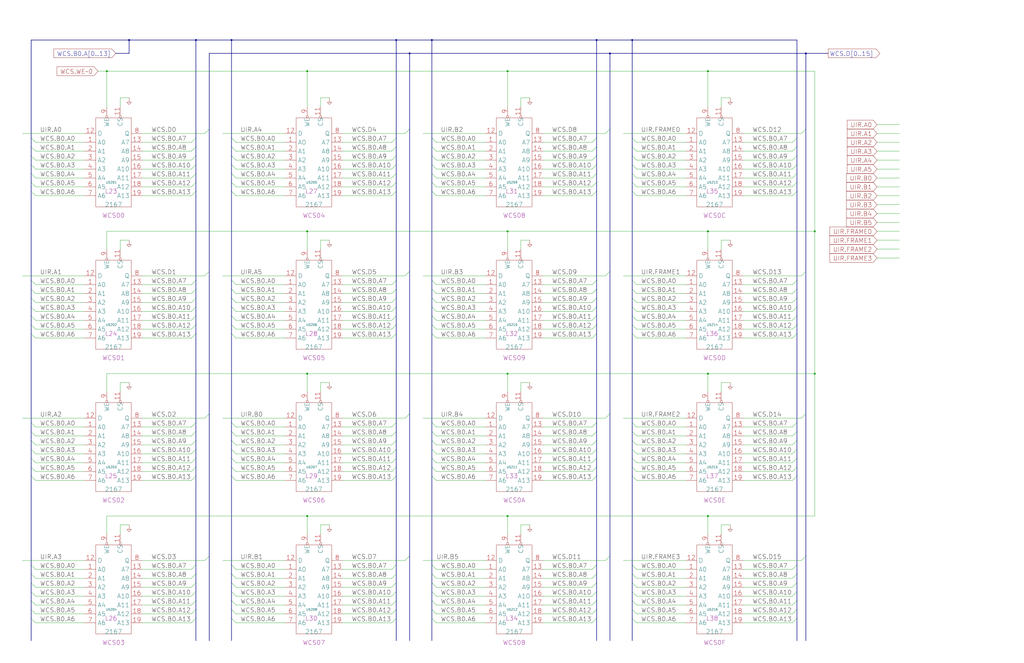
<source format=kicad_sch>
(kicad_sch (version 20250114) (generator "eeschema") (generator_version "9.0")
  (paper "User" 584.2 378.46)
  (title_block (title "WRITABLE CONTROL STORE\\nWCS BITS 0 TO 15") (date "15-MAR-90") (rev "1.0") (comment 1 "TYPE") (comment 2 "232-003062") (comment 3 "S400") (comment 4 "RELEASED"))
  (junction (at 175.26 213.36))
  (junction (at 289.56 294.64))
  (junction (at 459.74 30.48))
  (junction (at 289.56 40.64))
  (junction (at 464.82 132.08))
  (junction (at 60.96 40.64))
  (junction (at 403.86 213.36))
  (junction (at 132.08 22.86))
  (junction (at 403.86 40.64))
  (junction (at 403.86 132.08))
  (junction (at 175.26 294.64))
  (junction (at 347.98 30.48))
  (junction (at 175.26 40.64))
  (junction (at 226.06 22.86))
  (junction (at 340.36 22.86))
  (junction (at 464.82 213.36))
  (junction (at 403.86 294.64))
  (junction (at 233.68 30.48))
  (junction (at 360.68 22.86))
  (junction (at 289.56 213.36))
  (junction (at 289.56 132.08))
  (junction (at 175.26 132.08))
  (junction (at 111.76 22.86))
  (junction (at 73.66 22.86))
  (junction (at 246.38 22.86))
  (bus_entry (at 132.08 109.22) (size 2.54 2.54))
  (bus_entry (at 17.78 165.1) (size 2.54 2.54))
  (bus_entry (at 454.66 99.06) (size -2.54 2.54))
  (bus_entry (at 132.08 160.02) (size 2.54 2.54))
  (bus_entry (at 340.36 180.34) (size -2.54 2.54))
  (bus_entry (at 111.76 180.34) (size -2.54 2.54))
  (bus_entry (at 132.08 266.7) (size 2.54 2.54))
  (bus_entry (at 454.66 256.54) (size -2.54 2.54))
  (bus_entry (at 17.78 261.62) (size 2.54 2.54))
  (bus_entry (at 454.66 190.5) (size -2.54 2.54))
  (bus_entry (at 132.08 246.38) (size 2.54 2.54))
  (bus_entry (at 360.68 271.78) (size 2.54 2.54))
  (bus_entry (at 340.36 190.5) (size -2.54 2.54))
  (bus_entry (at 360.68 185.42) (size 2.54 2.54))
  (bus_entry (at 111.76 271.78) (size -2.54 2.54))
  (bus_entry (at 17.78 266.7) (size 2.54 2.54))
  (bus_entry (at 132.08 342.9) (size 2.54 2.54))
  (bus_entry (at 340.36 261.62) (size -2.54 2.54))
  (bus_entry (at 454.66 332.74) (size -2.54 2.54))
  (bus_entry (at 246.38 246.38) (size 2.54 2.54))
  (bus_entry (at 360.68 261.62) (size 2.54 2.54))
  (bus_entry (at 226.06 160.02) (size -2.54 2.54))
  (bus_entry (at 246.38 347.98) (size 2.54 2.54))
  (bus_entry (at 17.78 88.9) (size 2.54 2.54))
  (bus_entry (at 454.66 271.78) (size -2.54 2.54))
  (bus_entry (at 340.36 83.82) (size -2.54 2.54))
  (bus_entry (at 347.98 154.94) (size -2.54 2.54))
  (bus_entry (at 454.66 251.46) (size -2.54 2.54))
  (bus_entry (at 226.06 251.46) (size -2.54 2.54))
  (bus_entry (at 454.66 185.42) (size -2.54 2.54))
  (bus_entry (at 226.06 271.78) (size -2.54 2.54))
  (bus_entry (at 340.36 353.06) (size -2.54 2.54))
  (bus_entry (at 246.38 83.82) (size 2.54 2.54))
  (bus_entry (at 360.68 241.3) (size 2.54 2.54))
  (bus_entry (at 246.38 160.02) (size 2.54 2.54))
  (bus_entry (at 347.98 317.5) (size -2.54 2.54))
  (bus_entry (at 246.38 241.3) (size 2.54 2.54))
  (bus_entry (at 360.68 327.66) (size 2.54 2.54))
  (bus_entry (at 132.08 190.5) (size 2.54 2.54))
  (bus_entry (at 132.08 93.98) (size 2.54 2.54))
  (bus_entry (at 111.76 347.98) (size -2.54 2.54))
  (bus_entry (at 360.68 93.98) (size 2.54 2.54))
  (bus_entry (at 246.38 342.9) (size 2.54 2.54))
  (bus_entry (at 246.38 337.82) (size 2.54 2.54))
  (bus_entry (at 360.68 251.46) (size 2.54 2.54))
  (bus_entry (at 360.68 266.7) (size 2.54 2.54))
  (bus_entry (at 454.66 353.06) (size -2.54 2.54))
  (bus_entry (at 17.78 109.22) (size 2.54 2.54))
  (bus_entry (at 226.06 165.1) (size -2.54 2.54))
  (bus_entry (at 454.66 83.82) (size -2.54 2.54))
  (bus_entry (at 340.36 241.3) (size -2.54 2.54))
  (bus_entry (at 17.78 322.58) (size 2.54 2.54))
  (bus_entry (at 132.08 165.1) (size 2.54 2.54))
  (bus_entry (at 226.06 266.7) (size -2.54 2.54))
  (bus_entry (at 340.36 88.9) (size -2.54 2.54))
  (bus_entry (at 454.66 246.38) (size -2.54 2.54))
  (bus_entry (at 246.38 175.26) (size 2.54 2.54))
  (bus_entry (at 226.06 337.82) (size -2.54 2.54))
  (bus_entry (at 226.06 347.98) (size -2.54 2.54))
  (bus_entry (at 246.38 165.1) (size 2.54 2.54))
  (bus_entry (at 132.08 271.78) (size 2.54 2.54))
  (bus_entry (at 132.08 99.06) (size 2.54 2.54))
  (bus_entry (at 360.68 332.74) (size 2.54 2.54))
  (bus_entry (at 454.66 165.1) (size -2.54 2.54))
  (bus_entry (at 454.66 93.98) (size -2.54 2.54))
  (bus_entry (at 459.74 73.66) (size -2.54 2.54))
  (bus_entry (at 226.06 327.66) (size -2.54 2.54))
  (bus_entry (at 226.06 353.06) (size -2.54 2.54))
  (bus_entry (at 132.08 256.54) (size 2.54 2.54))
  (bus_entry (at 246.38 99.06) (size 2.54 2.54))
  (bus_entry (at 360.68 170.18) (size 2.54 2.54))
  (bus_entry (at 340.36 78.74) (size -2.54 2.54))
  (bus_entry (at 454.66 266.7) (size -2.54 2.54))
  (bus_entry (at 340.36 342.9) (size -2.54 2.54))
  (bus_entry (at 17.78 271.78) (size 2.54 2.54))
  (bus_entry (at 454.66 88.9) (size -2.54 2.54))
  (bus_entry (at 111.76 266.7) (size -2.54 2.54))
  (bus_entry (at 111.76 104.14) (size -2.54 2.54))
  (bus_entry (at 226.06 93.98) (size -2.54 2.54))
  (bus_entry (at 17.78 180.34) (size 2.54 2.54))
  (bus_entry (at 111.76 353.06) (size -2.54 2.54))
  (bus_entry (at 459.74 317.5) (size -2.54 2.54))
  (bus_entry (at 132.08 104.14) (size 2.54 2.54))
  (bus_entry (at 132.08 353.06) (size 2.54 2.54))
  (bus_entry (at 132.08 327.66) (size 2.54 2.54))
  (bus_entry (at 340.36 271.78) (size -2.54 2.54))
  (bus_entry (at 340.36 256.54) (size -2.54 2.54))
  (bus_entry (at 132.08 332.74) (size 2.54 2.54))
  (bus_entry (at 459.74 154.94) (size -2.54 2.54))
  (bus_entry (at 360.68 353.06) (size 2.54 2.54))
  (bus_entry (at 246.38 256.54) (size 2.54 2.54))
  (bus_entry (at 246.38 170.18) (size 2.54 2.54))
  (bus_entry (at 132.08 322.58) (size 2.54 2.54))
  (bus_entry (at 17.78 246.38) (size 2.54 2.54))
  (bus_entry (at 246.38 327.66) (size 2.54 2.54))
  (bus_entry (at 17.78 83.82) (size 2.54 2.54))
  (bus_entry (at 233.68 317.5) (size -2.54 2.54))
  (bus_entry (at 132.08 185.42) (size 2.54 2.54))
  (bus_entry (at 17.78 190.5) (size 2.54 2.54))
  (bus_entry (at 226.06 170.18) (size -2.54 2.54))
  (bus_entry (at 111.76 109.22) (size -2.54 2.54))
  (bus_entry (at 226.06 109.22) (size -2.54 2.54))
  (bus_entry (at 226.06 342.9) (size -2.54 2.54))
  (bus_entry (at 246.38 266.7) (size 2.54 2.54))
  (bus_entry (at 340.36 347.98) (size -2.54 2.54))
  (bus_entry (at 226.06 185.42) (size -2.54 2.54))
  (bus_entry (at 226.06 256.54) (size -2.54 2.54))
  (bus_entry (at 454.66 180.34) (size -2.54 2.54))
  (bus_entry (at 360.68 88.9) (size 2.54 2.54))
  (bus_entry (at 226.06 99.06) (size -2.54 2.54))
  (bus_entry (at 111.76 165.1) (size -2.54 2.54))
  (bus_entry (at 340.36 322.58) (size -2.54 2.54))
  (bus_entry (at 454.66 109.22) (size -2.54 2.54))
  (bus_entry (at 360.68 337.82) (size 2.54 2.54))
  (bus_entry (at 17.78 342.9) (size 2.54 2.54))
  (bus_entry (at 340.36 104.14) (size -2.54 2.54))
  (bus_entry (at 226.06 322.58) (size -2.54 2.54))
  (bus_entry (at 111.76 160.02) (size -2.54 2.54))
  (bus_entry (at 111.76 78.74) (size -2.54 2.54))
  (bus_entry (at 347.98 73.66) (size -2.54 2.54))
  (bus_entry (at 360.68 109.22) (size 2.54 2.54))
  (bus_entry (at 360.68 160.02) (size 2.54 2.54))
  (bus_entry (at 17.78 99.06) (size 2.54 2.54))
  (bus_entry (at 17.78 353.06) (size 2.54 2.54))
  (bus_entry (at 132.08 251.46) (size 2.54 2.54))
  (bus_entry (at 111.76 83.82) (size -2.54 2.54))
  (bus_entry (at 454.66 261.62) (size -2.54 2.54))
  (bus_entry (at 246.38 78.74) (size 2.54 2.54))
  (bus_entry (at 132.08 88.9) (size 2.54 2.54))
  (bus_entry (at 226.06 190.5) (size -2.54 2.54))
  (bus_entry (at 17.78 337.82) (size 2.54 2.54))
  (bus_entry (at 360.68 104.14) (size 2.54 2.54))
  (bus_entry (at 233.68 73.66) (size -2.54 2.54))
  (bus_entry (at 111.76 256.54) (size -2.54 2.54))
  (bus_entry (at 454.66 241.3) (size -2.54 2.54))
  (bus_entry (at 226.06 78.74) (size -2.54 2.54))
  (bus_entry (at 226.06 180.34) (size -2.54 2.54))
  (bus_entry (at 111.76 93.98) (size -2.54 2.54))
  (bus_entry (at 226.06 241.3) (size -2.54 2.54))
  (bus_entry (at 246.38 185.42) (size 2.54 2.54))
  (bus_entry (at 111.76 99.06) (size -2.54 2.54))
  (bus_entry (at 340.36 170.18) (size -2.54 2.54))
  (bus_entry (at 132.08 337.82) (size 2.54 2.54))
  (bus_entry (at 246.38 104.14) (size 2.54 2.54))
  (bus_entry (at 17.78 175.26) (size 2.54 2.54))
  (bus_entry (at 454.66 170.18) (size -2.54 2.54))
  (bus_entry (at 454.66 322.58) (size -2.54 2.54))
  (bus_entry (at 132.08 180.34) (size 2.54 2.54))
  (bus_entry (at 246.38 322.58) (size 2.54 2.54))
  (bus_entry (at 111.76 337.82) (size -2.54 2.54))
  (bus_entry (at 454.66 160.02) (size -2.54 2.54))
  (bus_entry (at 226.06 246.38) (size -2.54 2.54))
  (bus_entry (at 340.36 175.26) (size -2.54 2.54))
  (bus_entry (at 233.68 236.22) (size -2.54 2.54))
  (bus_entry (at 17.78 93.98) (size 2.54 2.54))
  (bus_entry (at 360.68 347.98) (size 2.54 2.54))
  (bus_entry (at 340.36 165.1) (size -2.54 2.54))
  (bus_entry (at 119.38 236.22) (size -2.54 2.54))
  (bus_entry (at 132.08 241.3) (size 2.54 2.54))
  (bus_entry (at 246.38 109.22) (size 2.54 2.54))
  (bus_entry (at 340.36 337.82) (size -2.54 2.54))
  (bus_entry (at 246.38 190.5) (size 2.54 2.54))
  (bus_entry (at 454.66 175.26) (size -2.54 2.54))
  (bus_entry (at 111.76 170.18) (size -2.54 2.54))
  (bus_entry (at 226.06 88.9) (size -2.54 2.54))
  (bus_entry (at 246.38 93.98) (size 2.54 2.54))
  (bus_entry (at 111.76 342.9) (size -2.54 2.54))
  (bus_entry (at 17.78 170.18) (size 2.54 2.54))
  (bus_entry (at 17.78 241.3) (size 2.54 2.54))
  (bus_entry (at 111.76 246.38) (size -2.54 2.54))
  (bus_entry (at 119.38 154.94) (size -2.54 2.54))
  (bus_entry (at 246.38 271.78) (size 2.54 2.54))
  (bus_entry (at 360.68 78.74) (size 2.54 2.54))
  (bus_entry (at 17.78 327.66) (size 2.54 2.54))
  (bus_entry (at 226.06 104.14) (size -2.54 2.54))
  (bus_entry (at 17.78 160.02) (size 2.54 2.54))
  (bus_entry (at 132.08 78.74) (size 2.54 2.54))
  (bus_entry (at 111.76 332.74) (size -2.54 2.54))
  (bus_entry (at 454.66 342.9) (size -2.54 2.54))
  (bus_entry (at 360.68 165.1) (size 2.54 2.54))
  (bus_entry (at 17.78 256.54) (size 2.54 2.54))
  (bus_entry (at 246.38 261.62) (size 2.54 2.54))
  (bus_entry (at 132.08 175.26) (size 2.54 2.54))
  (bus_entry (at 246.38 180.34) (size 2.54 2.54))
  (bus_entry (at 454.66 327.66) (size -2.54 2.54))
  (bus_entry (at 226.06 261.62) (size -2.54 2.54))
  (bus_entry (at 111.76 327.66) (size -2.54 2.54))
  (bus_entry (at 132.08 261.62) (size 2.54 2.54))
  (bus_entry (at 111.76 175.26) (size -2.54 2.54))
  (bus_entry (at 17.78 347.98) (size 2.54 2.54))
  (bus_entry (at 360.68 83.82) (size 2.54 2.54))
  (bus_entry (at 132.08 83.82) (size 2.54 2.54))
  (bus_entry (at 132.08 170.18) (size 2.54 2.54))
  (bus_entry (at 360.68 175.26) (size 2.54 2.54))
  (bus_entry (at 17.78 104.14) (size 2.54 2.54))
  (bus_entry (at 360.68 246.38) (size 2.54 2.54))
  (bus_entry (at 17.78 251.46) (size 2.54 2.54))
  (bus_entry (at 340.36 327.66) (size -2.54 2.54))
  (bus_entry (at 226.06 175.26) (size -2.54 2.54))
  (bus_entry (at 340.36 251.46) (size -2.54 2.54))
  (bus_entry (at 246.38 251.46) (size 2.54 2.54))
  (bus_entry (at 233.68 154.94) (size -2.54 2.54))
  (bus_entry (at 246.38 332.74) (size 2.54 2.54))
  (bus_entry (at 340.36 109.22) (size -2.54 2.54))
  (bus_entry (at 119.38 317.5) (size -2.54 2.54))
  (bus_entry (at 360.68 99.06) (size 2.54 2.54))
  (bus_entry (at 459.74 236.22) (size -2.54 2.54))
  (bus_entry (at 454.66 78.74) (size -2.54 2.54))
  (bus_entry (at 111.76 261.62) (size -2.54 2.54))
  (bus_entry (at 246.38 353.06) (size 2.54 2.54))
  (bus_entry (at 340.36 332.74) (size -2.54 2.54))
  (bus_entry (at 340.36 99.06) (size -2.54 2.54))
  (bus_entry (at 360.68 322.58) (size 2.54 2.54))
  (bus_entry (at 454.66 347.98) (size -2.54 2.54))
  (bus_entry (at 340.36 246.38) (size -2.54 2.54))
  (bus_entry (at 132.08 347.98) (size 2.54 2.54))
  (bus_entry (at 360.68 342.9) (size 2.54 2.54))
  (bus_entry (at 340.36 93.98) (size -2.54 2.54))
  (bus_entry (at 17.78 332.74) (size 2.54 2.54))
  (bus_entry (at 226.06 332.74) (size -2.54 2.54))
  (bus_entry (at 454.66 337.82) (size -2.54 2.54))
  (bus_entry (at 111.76 190.5) (size -2.54 2.54))
  (bus_entry (at 17.78 185.42) (size 2.54 2.54))
  (bus_entry (at 17.78 78.74) (size 2.54 2.54))
  (bus_entry (at 226.06 83.82) (size -2.54 2.54))
  (bus_entry (at 340.36 185.42) (size -2.54 2.54))
  (bus_entry (at 111.76 185.42) (size -2.54 2.54))
  (bus_entry (at 111.76 88.9) (size -2.54 2.54))
  (bus_entry (at 246.38 88.9) (size 2.54 2.54))
  (bus_entry (at 360.68 180.34) (size 2.54 2.54))
  (bus_entry (at 340.36 266.7) (size -2.54 2.54))
  (bus_entry (at 360.68 190.5) (size 2.54 2.54))
  (bus_entry (at 360.68 256.54) (size 2.54 2.54))
  (bus_entry (at 111.76 322.58) (size -2.54 2.54))
  (bus_entry (at 111.76 241.3) (size -2.54 2.54))
  (bus_entry (at 119.38 73.66) (size -2.54 2.54))
  (bus_entry (at 454.66 104.14) (size -2.54 2.54))
  (bus_entry (at 340.36 160.02) (size -2.54 2.54))
  (bus_entry (at 111.76 251.46) (size -2.54 2.54))
  (bus_entry (at 347.98 236.22) (size -2.54 2.54))
  (bus (pts (xy 340.36 93.98) (xy 340.36 99.06)))
  (bus (pts (xy 17.78 322.58) (xy 17.78 327.66)))
  (wire (pts (xy 248.92 350.52) (xy 276.86 350.52)))
  (bus (pts (xy 347.98 236.22) (xy 347.98 317.5)))
  (bus (pts (xy 132.08 180.34) (xy 132.08 185.42)))
  (bus (pts (xy 360.68 99.06) (xy 360.68 104.14)))
  (wire (pts (xy 248.92 264.16) (xy 276.86 264.16)))
  (wire (pts (xy 175.26 294.64) (xy 60.96 294.64)))
  (bus (pts (xy 246.38 332.74) (xy 246.38 337.82)))
  (wire (pts (xy 68.58 299.72) (xy 73.66 299.72)))
  (wire (pts (xy 500.38 121.92) (xy 513.08 121.92)))
  (wire (pts (xy 81.28 330.2) (xy 109.22 330.2)))
  (bus (pts (xy 17.78 353.06) (xy 17.78 365.76)))
  (wire (pts (xy 289.56 294.64) (xy 289.56 304.8)))
  (bus (pts (xy 226.06 347.98) (xy 226.06 353.06)))
  (wire (pts (xy 289.56 40.64) (xy 403.86 40.64)))
  (wire (pts (xy 424.18 243.84) (xy 452.12 243.84)))
  (bus (pts (xy 111.76 83.82) (xy 111.76 88.9)))
  (bus (pts (xy 454.66 99.06) (xy 454.66 104.14)))
  (wire (pts (xy 363.22 345.44) (xy 391.16 345.44)))
  (wire (pts (xy 309.88 335.28) (xy 337.82 335.28)))
  (bus (pts (xy 454.66 22.86) (xy 454.66 78.74)))
  (bus (pts (xy 17.78 104.14) (xy 17.78 109.22)))
  (wire (pts (xy 500.38 76.2) (xy 513.08 76.2)))
  (wire (pts (xy 309.88 182.88) (xy 337.82 182.88)))
  (wire (pts (xy 309.88 243.84) (xy 337.82 243.84)))
  (bus (pts (xy 340.36 322.58) (xy 340.36 327.66)))
  (bus (pts (xy 132.08 241.3) (xy 132.08 246.38)))
  (bus (pts (xy 340.36 83.82) (xy 340.36 88.9)))
  (bus (pts (xy 360.68 93.98) (xy 360.68 99.06)))
  (bus (pts (xy 246.38 246.38) (xy 246.38 251.46)))
  (wire (pts (xy 195.58 81.28) (xy 223.52 81.28)))
  (bus (pts (xy 340.36 246.38) (xy 340.36 251.46)))
  (wire (pts (xy 411.48 223.52) (xy 411.48 218.44)))
  (bus (pts (xy 233.68 317.5) (xy 233.68 365.76)))
  (bus (pts (xy 132.08 256.54) (xy 132.08 261.62)))
  (bus (pts (xy 454.66 104.14) (xy 454.66 109.22)))
  (wire (pts (xy 500.38 96.52) (xy 513.08 96.52)))
  (wire (pts (xy 309.88 106.68) (xy 337.82 106.68)))
  (wire (pts (xy 195.58 330.2) (xy 223.52 330.2)))
  (wire (pts (xy 248.92 248.92) (xy 276.86 248.92)))
  (wire (pts (xy 363.22 91.44) (xy 391.16 91.44)))
  (wire (pts (xy 134.62 355.6) (xy 162.56 355.6)))
  (wire (pts (xy 363.22 167.64) (xy 391.16 167.64)))
  (bus (pts (xy 454.66 83.82) (xy 454.66 88.9)))
  (bus (pts (xy 360.68 109.22) (xy 360.68 160.02)))
  (wire (pts (xy 411.48 142.24) (xy 411.48 137.16)))
  (bus (pts (xy 454.66 93.98) (xy 454.66 99.06)))
  (wire (pts (xy 289.56 40.64) (xy 289.56 60.96)))
  (wire (pts (xy 309.88 187.96) (xy 337.82 187.96)))
  (wire (pts (xy 464.82 40.64) (xy 464.82 132.08)))
  (bus (pts (xy 132.08 185.42) (xy 132.08 190.5)))
  (wire (pts (xy 297.18 218.44) (xy 302.26 218.44)))
  (wire (pts (xy 248.92 193.04) (xy 276.86 193.04)))
  (bus (pts (xy 226.06 327.66) (xy 226.06 332.74)))
  (bus (pts (xy 340.36 261.62) (xy 340.36 266.7)))
  (wire (pts (xy 248.92 259.08) (xy 276.86 259.08)))
  (bus (pts (xy 17.78 337.82) (xy 17.78 342.9)))
  (bus (pts (xy 360.68 175.26) (xy 360.68 180.34)))
  (wire (pts (xy 195.58 259.08) (xy 223.52 259.08)))
  (wire (pts (xy 309.88 96.52) (xy 337.82 96.52)))
  (bus (pts (xy 360.68 83.82) (xy 360.68 88.9)))
  (bus (pts (xy 340.36 185.42) (xy 340.36 190.5)))
  (bus (pts (xy 226.06 185.42) (xy 226.06 190.5)))
  (wire (pts (xy 500.38 81.28) (xy 513.08 81.28)))
  (bus (pts (xy 17.78 332.74) (xy 17.78 337.82)))
  (wire (pts (xy 127 76.2) (xy 162.56 76.2)))
  (wire (pts (xy 500.38 106.68) (xy 513.08 106.68)))
  (wire (pts (xy 175.26 213.36) (xy 289.56 213.36)))
  (wire (pts (xy 309.88 320.04) (xy 345.44 320.04)))
  (wire (pts (xy 81.28 340.36) (xy 109.22 340.36)))
  (bus (pts (xy 111.76 165.1) (xy 111.76 170.18)))
  (wire (pts (xy 500.38 127) (xy 513.08 127)))
  (wire (pts (xy 68.58 142.24) (xy 68.58 137.16)))
  (wire (pts (xy 363.22 269.24) (xy 391.16 269.24)))
  (wire (pts (xy 195.58 91.44) (xy 223.52 91.44)))
  (bus (pts (xy 119.38 30.48) (xy 119.38 73.66)))
  (bus (pts (xy 226.06 175.26) (xy 226.06 180.34)))
  (wire (pts (xy 363.22 187.96) (xy 391.16 187.96)))
  (bus (pts (xy 454.66 78.74) (xy 454.66 83.82)))
  (bus (pts (xy 246.38 185.42) (xy 246.38 190.5)))
  (wire (pts (xy 500.38 116.84) (xy 513.08 116.84)))
  (bus (pts (xy 226.06 337.82) (xy 226.06 342.9)))
  (wire (pts (xy 424.18 340.36) (xy 452.12 340.36)))
  (wire (pts (xy 195.58 320.04) (xy 231.14 320.04)))
  (wire (pts (xy 134.62 254) (xy 162.56 254)))
  (wire (pts (xy 134.62 182.88) (xy 162.56 182.88)))
  (wire (pts (xy 297.18 60.96) (xy 297.18 55.88)))
  (wire (pts (xy 195.58 76.2) (xy 231.14 76.2)))
  (bus (pts (xy 246.38 99.06) (xy 246.38 104.14)))
  (wire (pts (xy 81.28 355.6) (xy 109.22 355.6)))
  (wire (pts (xy 424.18 274.32) (xy 452.12 274.32)))
  (bus (pts (xy 17.78 83.82) (xy 17.78 88.9)))
  (wire (pts (xy 20.32 259.08) (xy 48.26 259.08)))
  (bus (pts (xy 246.38 322.58) (xy 246.38 327.66)))
  (wire (pts (xy 248.92 106.68) (xy 276.86 106.68)))
  (wire (pts (xy 195.58 264.16) (xy 223.52 264.16)))
  (wire (pts (xy 309.88 101.6) (xy 337.82 101.6)))
  (bus (pts (xy 454.66 170.18) (xy 454.66 175.26)))
  (wire (pts (xy 55.88 40.64) (xy 60.96 40.64)))
  (bus (pts (xy 111.76 342.9) (xy 111.76 347.98)))
  (wire (pts (xy 363.22 172.72) (xy 391.16 172.72)))
  (wire (pts (xy 81.28 243.84) (xy 109.22 243.84)))
  (wire (pts (xy 182.88 299.72) (xy 187.96 299.72)))
  (bus (pts (xy 111.76 99.06) (xy 111.76 104.14)))
  (bus (pts (xy 454.66 109.22) (xy 454.66 160.02)))
  (wire (pts (xy 175.26 132.08) (xy 175.26 142.24)))
  (wire (pts (xy 60.96 132.08) (xy 60.96 142.24)))
  (bus (pts (xy 17.78 256.54) (xy 17.78 261.62)))
  (wire (pts (xy 403.86 40.64) (xy 403.86 60.96)))
  (wire (pts (xy 309.88 86.36) (xy 337.82 86.36)))
  (wire (pts (xy 81.28 238.76) (xy 116.84 238.76)))
  (bus (pts (xy 132.08 160.02) (xy 132.08 165.1)))
  (bus (pts (xy 111.76 332.74) (xy 111.76 337.82)))
  (bus (pts (xy 132.08 22.86) (xy 132.08 78.74)))
  (wire (pts (xy 424.18 172.72) (xy 452.12 172.72)))
  (bus (pts (xy 119.38 154.94) (xy 119.38 236.22)))
  (bus (pts (xy 246.38 241.3) (xy 246.38 246.38)))
  (bus (pts (xy 246.38 271.78) (xy 246.38 322.58)))
  (bus (pts (xy 246.38 175.26) (xy 246.38 180.34)))
  (wire (pts (xy 424.18 76.2) (xy 457.2 76.2)))
  (wire (pts (xy 134.62 101.6) (xy 162.56 101.6)))
  (wire (pts (xy 20.32 335.28) (xy 48.26 335.28)))
  (wire (pts (xy 248.92 274.32) (xy 276.86 274.32)))
  (bus (pts (xy 119.38 73.66) (xy 119.38 154.94)))
  (wire (pts (xy 60.96 213.36) (xy 60.96 223.52)))
  (wire (pts (xy 134.62 340.36) (xy 162.56 340.36)))
  (wire (pts (xy 134.62 187.96) (xy 162.56 187.96)))
  (wire (pts (xy 60.96 294.64) (xy 60.96 304.8)))
  (wire (pts (xy 81.28 162.56) (xy 109.22 162.56)))
  (bus (pts (xy 347.98 30.48) (xy 347.98 73.66)))
  (wire (pts (xy 500.38 91.44) (xy 513.08 91.44)))
  (wire (pts (xy 20.32 243.84) (xy 48.26 243.84)))
  (wire (pts (xy 182.88 55.88) (xy 187.96 55.88)))
  (bus (pts (xy 340.36 165.1) (xy 340.36 170.18)))
  (bus (pts (xy 132.08 271.78) (xy 132.08 322.58)))
  (bus (pts (xy 17.78 109.22) (xy 17.78 160.02)))
  (wire (pts (xy 195.58 86.36) (xy 223.52 86.36)))
  (bus (pts (xy 246.38 22.86) (xy 246.38 78.74)))
  (bus (pts (xy 360.68 342.9) (xy 360.68 347.98)))
  (bus (pts (xy 132.08 83.82) (xy 132.08 88.9)))
  (wire (pts (xy 309.88 238.76) (xy 345.44 238.76)))
  (bus (pts (xy 360.68 337.82) (xy 360.68 342.9)))
  (bus (pts (xy 132.08 353.06) (xy 132.08 365.76)))
  (wire (pts (xy 248.92 254) (xy 276.86 254)))
  (wire (pts (xy 81.28 264.16) (xy 109.22 264.16)))
  (bus (pts (xy 360.68 353.06) (xy 360.68 365.76)))
  (wire (pts (xy 363.22 106.68) (xy 391.16 106.68)))
  (bus (pts (xy 454.66 190.5) (xy 454.66 241.3)))
  (wire (pts (xy 464.82 213.36) (xy 464.82 294.64)))
  (wire (pts (xy 309.88 81.28) (xy 337.82 81.28)))
  (wire (pts (xy 363.22 243.84) (xy 391.16 243.84)))
  (bus (pts (xy 454.66 175.26) (xy 454.66 180.34)))
  (bus (pts (xy 360.68 266.7) (xy 360.68 271.78)))
  (wire (pts (xy 309.88 264.16) (xy 337.82 264.16)))
  (wire (pts (xy 297.18 223.52) (xy 297.18 218.44)))
  (wire (pts (xy 195.58 254) (xy 223.52 254)))
  (wire (pts (xy 127 157.48) (xy 162.56 157.48)))
  (bus (pts (xy 459.74 30.48) (xy 472.44 30.48)))
  (wire (pts (xy 289.56 213.36) (xy 289.56 223.52)))
  (wire (pts (xy 355.6 157.48) (xy 391.16 157.48)))
  (wire (pts (xy 411.48 218.44) (xy 416.56 218.44)))
  (wire (pts (xy 134.62 111.76) (xy 162.56 111.76)))
  (wire (pts (xy 363.22 101.6) (xy 391.16 101.6)))
  (bus (pts (xy 454.66 246.38) (xy 454.66 251.46)))
  (wire (pts (xy 20.32 345.44) (xy 48.26 345.44)))
  (bus (pts (xy 454.66 241.3) (xy 454.66 246.38)))
  (wire (pts (xy 60.96 40.64) (xy 60.96 60.96)))
  (wire (pts (xy 309.88 325.12) (xy 337.82 325.12)))
  (bus (pts (xy 17.78 185.42) (xy 17.78 190.5)))
  (wire (pts (xy 248.92 269.24) (xy 276.86 269.24)))
  (wire (pts (xy 411.48 55.88) (xy 416.56 55.88)))
  (wire (pts (xy 182.88 137.16) (xy 187.96 137.16)))
  (bus (pts (xy 340.36 22.86) (xy 340.36 78.74)))
  (bus (pts (xy 119.38 30.48) (xy 233.68 30.48)))
  (wire (pts (xy 309.88 172.72) (xy 337.82 172.72)))
  (wire (pts (xy 182.88 304.8) (xy 182.88 299.72)))
  (wire (pts (xy 500.38 147.32) (xy 513.08 147.32)))
  (wire (pts (xy 134.62 96.52) (xy 162.56 96.52)))
  (wire (pts (xy 195.58 187.96) (xy 223.52 187.96)))
  (wire (pts (xy 248.92 111.76) (xy 276.86 111.76)))
  (bus (pts (xy 17.78 165.1) (xy 17.78 170.18)))
  (bus (pts (xy 226.06 251.46) (xy 226.06 256.54)))
  (wire (pts (xy 403.86 132.08) (xy 403.86 142.24)))
  (bus (pts (xy 233.68 236.22) (xy 233.68 317.5)))
  (wire (pts (xy 134.62 264.16) (xy 162.56 264.16)))
  (bus (pts (xy 340.36 99.06) (xy 340.36 104.14)))
  (wire (pts (xy 424.18 81.28) (xy 452.12 81.28)))
  (wire (pts (xy 81.28 91.44) (xy 109.22 91.44)))
  (wire (pts (xy 175.26 40.64) (xy 289.56 40.64)))
  (wire (pts (xy 309.88 345.44) (xy 337.82 345.44)))
  (wire (pts (xy 309.88 91.44) (xy 337.82 91.44)))
  (wire (pts (xy 363.22 111.76) (xy 391.16 111.76)))
  (wire (pts (xy 411.48 60.96) (xy 411.48 55.88)))
  (bus (pts (xy 246.38 22.86) (xy 340.36 22.86)))
  (bus (pts (xy 340.36 271.78) (xy 340.36 322.58)))
  (wire (pts (xy 424.18 86.36) (xy 452.12 86.36)))
  (wire (pts (xy 81.28 182.88) (xy 109.22 182.88)))
  (bus (pts (xy 17.78 175.26) (xy 17.78 180.34)))
  (bus (pts (xy 17.78 93.98) (xy 17.78 99.06)))
  (bus (pts (xy 340.36 78.74) (xy 340.36 83.82)))
  (wire (pts (xy 134.62 269.24) (xy 162.56 269.24)))
  (bus (pts (xy 111.76 190.5) (xy 111.76 241.3)))
  (bus (pts (xy 111.76 88.9) (xy 111.76 93.98)))
  (wire (pts (xy 81.28 86.36) (xy 109.22 86.36)))
  (bus (pts (xy 360.68 251.46) (xy 360.68 256.54)))
  (bus (pts (xy 111.76 109.22) (xy 111.76 160.02)))
  (wire (pts (xy 248.92 81.28) (xy 276.86 81.28)))
  (wire (pts (xy 60.96 132.08) (xy 175.26 132.08)))
  (bus (pts (xy 246.38 165.1) (xy 246.38 170.18)))
  (bus (pts (xy 132.08 175.26) (xy 132.08 180.34)))
  (wire (pts (xy 403.86 40.64) (xy 464.82 40.64)))
  (bus (pts (xy 340.36 175.26) (xy 340.36 180.34)))
  (wire (pts (xy 248.92 101.6) (xy 276.86 101.6)))
  (bus (pts (xy 17.78 78.74) (xy 17.78 83.82)))
  (bus (pts (xy 454.66 327.66) (xy 454.66 332.74)))
  (bus (pts (xy 226.06 22.86) (xy 246.38 22.86)))
  (wire (pts (xy 20.32 86.36) (xy 48.26 86.36)))
  (wire (pts (xy 20.32 162.56) (xy 48.26 162.56)))
  (wire (pts (xy 363.22 162.56) (xy 391.16 162.56)))
  (wire (pts (xy 134.62 330.2) (xy 162.56 330.2)))
  (bus (pts (xy 132.08 190.5) (xy 132.08 241.3)))
  (bus (pts (xy 340.36 190.5) (xy 340.36 241.3)))
  (bus (pts (xy 340.36 241.3) (xy 340.36 246.38)))
  (wire (pts (xy 20.32 167.64) (xy 48.26 167.64)))
  (bus (pts (xy 246.38 78.74) (xy 246.38 83.82)))
  (wire (pts (xy 195.58 340.36) (xy 223.52 340.36)))
  (wire (pts (xy 424.18 111.76) (xy 452.12 111.76)))
  (bus (pts (xy 111.76 246.38) (xy 111.76 251.46)))
  (wire (pts (xy 500.38 137.16) (xy 513.08 137.16)))
  (bus (pts (xy 17.78 261.62) (xy 17.78 266.7)))
  (wire (pts (xy 248.92 167.64) (xy 276.86 167.64)))
  (wire (pts (xy 81.28 172.72) (xy 109.22 172.72)))
  (wire (pts (xy 411.48 304.8) (xy 411.48 299.72)))
  (bus (pts (xy 246.38 170.18) (xy 246.38 175.26)))
  (bus (pts (xy 226.06 78.74) (xy 226.06 83.82)))
  (bus (pts (xy 132.08 261.62) (xy 132.08 266.7)))
  (wire (pts (xy 182.88 223.52) (xy 182.88 218.44)))
  (bus (pts (xy 226.06 160.02) (xy 226.06 165.1)))
  (bus (pts (xy 132.08 251.46) (xy 132.08 256.54)))
  (bus (pts (xy 347.98 317.5) (xy 347.98 365.76)))
  (bus (pts (xy 454.66 322.58) (xy 454.66 327.66)))
  (bus (pts (xy 226.06 165.1) (xy 226.06 170.18)))
  (wire (pts (xy 363.22 177.8) (xy 391.16 177.8)))
  (bus (pts (xy 17.78 160.02) (xy 17.78 165.1)))
  (bus (pts (xy 360.68 347.98) (xy 360.68 353.06)))
  (wire (pts (xy 424.18 96.52) (xy 452.12 96.52)))
  (wire (pts (xy 81.28 335.28) (xy 109.22 335.28)))
  (bus (pts (xy 17.78 170.18) (xy 17.78 175.26)))
  (bus (pts (xy 360.68 190.5) (xy 360.68 241.3)))
  (bus (pts (xy 111.76 322.58) (xy 111.76 327.66)))
  (wire (pts (xy 68.58 60.96) (xy 68.58 55.88)))
  (wire (pts (xy 81.28 187.96) (xy 109.22 187.96)))
  (wire (pts (xy 81.28 345.44) (xy 109.22 345.44)))
  (wire (pts (xy 500.38 71.12) (xy 513.08 71.12)))
  (bus (pts (xy 340.36 353.06) (xy 340.36 365.76)))
  (bus (pts (xy 17.78 347.98) (xy 17.78 353.06)))
  (wire (pts (xy 195.58 182.88) (xy 223.52 182.88)))
  (bus (pts (xy 360.68 271.78) (xy 360.68 322.58)))
  (wire (pts (xy 12.7 76.2) (xy 48.26 76.2)))
  (bus (pts (xy 340.36 327.66) (xy 340.36 332.74)))
  (wire (pts (xy 60.96 213.36) (xy 175.26 213.36)))
  (wire (pts (xy 424.18 167.64) (xy 452.12 167.64)))
  (bus (pts (xy 360.68 160.02) (xy 360.68 165.1)))
  (wire (pts (xy 297.18 299.72) (xy 302.26 299.72)))
  (wire (pts (xy 20.32 182.88) (xy 48.26 182.88)))
  (wire (pts (xy 20.32 340.36) (xy 48.26 340.36)))
  (bus (pts (xy 454.66 88.9) (xy 454.66 93.98)))
  (wire (pts (xy 289.56 213.36) (xy 403.86 213.36)))
  (bus (pts (xy 340.36 170.18) (xy 340.36 175.26)))
  (bus (pts (xy 246.38 160.02) (xy 246.38 165.1)))
  (bus (pts (xy 132.08 88.9) (xy 132.08 93.98)))
  (bus (pts (xy 246.38 353.06) (xy 246.38 365.76)))
  (bus (pts (xy 111.76 170.18) (xy 111.76 175.26)))
  (wire (pts (xy 195.58 162.56) (xy 223.52 162.56)))
  (bus (pts (xy 111.76 251.46) (xy 111.76 256.54)))
  (wire (pts (xy 355.6 238.76) (xy 391.16 238.76)))
  (bus (pts (xy 360.68 104.14) (xy 360.68 109.22)))
  (wire (pts (xy 424.18 259.08) (xy 452.12 259.08)))
  (bus (pts (xy 132.08 246.38) (xy 132.08 251.46)))
  (wire (pts (xy 424.18 254) (xy 452.12 254)))
  (bus (pts (xy 360.68 165.1) (xy 360.68 170.18)))
  (wire (pts (xy 363.22 193.04) (xy 391.16 193.04)))
  (bus (pts (xy 360.68 22.86) (xy 360.68 78.74)))
  (wire (pts (xy 403.86 132.08) (xy 464.82 132.08)))
  (wire (pts (xy 424.18 355.6) (xy 452.12 355.6)))
  (wire (pts (xy 134.62 172.72) (xy 162.56 172.72)))
  (wire (pts (xy 81.28 101.6) (xy 109.22 101.6)))
  (wire (pts (xy 424.18 335.28) (xy 452.12 335.28)))
  (wire (pts (xy 363.22 248.92) (xy 391.16 248.92)))
  (bus (pts (xy 360.68 180.34) (xy 360.68 185.42)))
  (bus (pts (xy 132.08 22.86) (xy 226.06 22.86)))
  (wire (pts (xy 363.22 274.32) (xy 391.16 274.32)))
  (bus (pts (xy 246.38 88.9) (xy 246.38 93.98)))
  (bus (pts (xy 347.98 30.48) (xy 459.74 30.48)))
  (wire (pts (xy 195.58 96.52) (xy 223.52 96.52)))
  (wire (pts (xy 363.22 96.52) (xy 391.16 96.52)))
  (wire (pts (xy 81.28 111.76) (xy 109.22 111.76)))
  (wire (pts (xy 20.32 96.52) (xy 48.26 96.52)))
  (wire (pts (xy 134.62 274.32) (xy 162.56 274.32)))
  (bus (pts (xy 340.36 332.74) (xy 340.36 337.82)))
  (wire (pts (xy 500.38 142.24) (xy 513.08 142.24)))
  (wire (pts (xy 500.38 86.36) (xy 513.08 86.36)))
  (bus (pts (xy 132.08 322.58) (xy 132.08 327.66)))
  (bus (pts (xy 340.36 347.98) (xy 340.36 353.06)))
  (bus (pts (xy 111.76 256.54) (xy 111.76 261.62)))
  (wire (pts (xy 20.32 274.32) (xy 48.26 274.32)))
  (wire (pts (xy 309.88 193.04) (xy 337.82 193.04)))
  (wire (pts (xy 81.28 96.52) (xy 109.22 96.52)))
  (bus (pts (xy 459.74 73.66) (xy 459.74 154.94)))
  (bus (pts (xy 226.06 271.78) (xy 226.06 322.58)))
  (bus (pts (xy 132.08 327.66) (xy 132.08 332.74)))
  (bus (pts (xy 246.38 327.66) (xy 246.38 332.74)))
  (bus (pts (xy 226.06 93.98) (xy 226.06 99.06)))
  (wire (pts (xy 424.18 101.6) (xy 452.12 101.6)))
  (wire (pts (xy 248.92 340.36) (xy 276.86 340.36)))
  (wire (pts (xy 127 238.76) (xy 162.56 238.76)))
  (wire (pts (xy 309.88 162.56) (xy 337.82 162.56)))
  (wire (pts (xy 464.82 132.08) (xy 464.82 213.36)))
  (wire (pts (xy 134.62 259.08) (xy 162.56 259.08)))
  (bus (pts (xy 454.66 185.42) (xy 454.66 190.5)))
  (bus (pts (xy 132.08 266.7) (xy 132.08 271.78)))
  (bus (pts (xy 454.66 337.82) (xy 454.66 342.9)))
  (wire (pts (xy 355.6 320.04) (xy 391.16 320.04)))
  (wire (pts (xy 68.58 137.16) (xy 73.66 137.16)))
  (bus (pts (xy 73.66 30.48) (xy 73.66 22.86)))
  (bus (pts (xy 17.78 99.06) (xy 17.78 104.14)))
  (wire (pts (xy 20.32 106.68) (xy 48.26 106.68)))
  (bus (pts (xy 17.78 246.38) (xy 17.78 251.46)))
  (wire (pts (xy 248.92 330.2) (xy 276.86 330.2)))
  (wire (pts (xy 363.22 340.36) (xy 391.16 340.36)))
  (wire (pts (xy 195.58 345.44) (xy 223.52 345.44)))
  (bus (pts (xy 233.68 30.48) (xy 347.98 30.48)))
  (bus (pts (xy 360.68 241.3) (xy 360.68 246.38)))
  (wire (pts (xy 195.58 172.72) (xy 223.52 172.72)))
  (wire (pts (xy 424.18 248.92) (xy 452.12 248.92)))
  (bus (pts (xy 132.08 165.1) (xy 132.08 170.18)))
  (bus (pts (xy 360.68 322.58) (xy 360.68 327.66)))
  (wire (pts (xy 424.18 157.48) (xy 457.2 157.48)))
  (bus (pts (xy 454.66 251.46) (xy 454.66 256.54)))
  (bus (pts (xy 226.06 190.5) (xy 226.06 241.3)))
  (bus (pts (xy 340.36 160.02) (xy 340.36 165.1)))
  (wire (pts (xy 289.56 132.08) (xy 289.56 142.24)))
  (wire (pts (xy 309.88 330.2) (xy 337.82 330.2)))
  (wire (pts (xy 68.58 218.44) (xy 73.66 218.44)))
  (wire (pts (xy 134.62 248.92) (xy 162.56 248.92)))
  (bus (pts (xy 119.38 236.22) (xy 119.38 317.5)))
  (wire (pts (xy 134.62 91.44) (xy 162.56 91.44)))
  (bus (pts (xy 111.76 104.14) (xy 111.76 109.22)))
  (wire (pts (xy 182.88 218.44) (xy 187.96 218.44)))
  (wire (pts (xy 20.32 254) (xy 48.26 254)))
  (wire (pts (xy 195.58 238.76) (xy 231.14 238.76)))
  (bus (pts (xy 454.66 256.54) (xy 454.66 261.62)))
  (wire (pts (xy 134.62 345.44) (xy 162.56 345.44)))
  (wire (pts (xy 68.58 223.52) (xy 68.58 218.44)))
  (wire (pts (xy 195.58 106.68) (xy 223.52 106.68)))
  (bus (pts (xy 246.38 261.62) (xy 246.38 266.7)))
  (wire (pts (xy 309.88 269.24) (xy 337.82 269.24)))
  (bus (pts (xy 233.68 154.94) (xy 233.68 236.22)))
  (bus (pts (xy 226.06 104.14) (xy 226.06 109.22)))
  (bus (pts (xy 454.66 271.78) (xy 454.66 322.58)))
  (wire (pts (xy 363.22 182.88) (xy 391.16 182.88)))
  (bus (pts (xy 454.66 332.74) (xy 454.66 337.82)))
  (bus (pts (xy 111.76 261.62) (xy 111.76 266.7)))
  (wire (pts (xy 134.62 167.64) (xy 162.56 167.64)))
  (bus (pts (xy 226.06 342.9) (xy 226.06 347.98)))
  (bus (pts (xy 226.06 241.3) (xy 226.06 246.38)))
  (wire (pts (xy 363.22 355.6) (xy 391.16 355.6)))
  (wire (pts (xy 309.88 340.36) (xy 337.82 340.36)))
  (bus (pts (xy 111.76 271.78) (xy 111.76 322.58)))
  (wire (pts (xy 248.92 172.72) (xy 276.86 172.72)))
  (wire (pts (xy 309.88 177.8) (xy 337.82 177.8)))
  (bus (pts (xy 17.78 327.66) (xy 17.78 332.74)))
  (wire (pts (xy 134.62 86.36) (xy 162.56 86.36)))
  (bus (pts (xy 246.38 83.82) (xy 246.38 88.9)))
  (wire (pts (xy 248.92 162.56) (xy 276.86 162.56)))
  (bus (pts (xy 360.68 22.86) (xy 454.66 22.86)))
  (wire (pts (xy 403.86 294.64) (xy 289.56 294.64)))
  (wire (pts (xy 424.18 269.24) (xy 452.12 269.24)))
  (wire (pts (xy 403.86 213.36) (xy 464.82 213.36)))
  (bus (pts (xy 246.38 337.82) (xy 246.38 342.9)))
  (wire (pts (xy 195.58 193.04) (xy 223.52 193.04)))
  (bus (pts (xy 454.66 180.34) (xy 454.66 185.42)))
  (bus (pts (xy 111.76 327.66) (xy 111.76 332.74)))
  (wire (pts (xy 81.28 177.8) (xy 109.22 177.8)))
  (wire (pts (xy 134.62 162.56) (xy 162.56 162.56)))
  (bus (pts (xy 360.68 88.9) (xy 360.68 93.98)))
  (wire (pts (xy 20.32 325.12) (xy 48.26 325.12)))
  (bus (pts (xy 226.06 332.74) (xy 226.06 337.82)))
  (bus (pts (xy 347.98 154.94) (xy 347.98 236.22)))
  (bus (pts (xy 454.66 261.62) (xy 454.66 266.7)))
  (wire (pts (xy 175.26 213.36) (xy 175.26 223.52)))
  (wire (pts (xy 297.18 137.16) (xy 302.26 137.16)))
  (bus (pts (xy 454.66 160.02) (xy 454.66 165.1)))
  (wire (pts (xy 424.18 162.56) (xy 452.12 162.56)))
  (wire (pts (xy 134.62 350.52) (xy 162.56 350.52)))
  (bus (pts (xy 454.66 353.06) (xy 454.66 365.76)))
  (wire (pts (xy 309.88 157.48) (xy 345.44 157.48)))
  (wire (pts (xy 20.32 264.16) (xy 48.26 264.16)))
  (wire (pts (xy 424.18 91.44) (xy 452.12 91.44)))
  (bus (pts (xy 246.38 266.7) (xy 246.38 271.78)))
  (wire (pts (xy 411.48 137.16) (xy 416.56 137.16)))
  (bus (pts (xy 132.08 332.74) (xy 132.08 337.82)))
  (wire (pts (xy 20.32 111.76) (xy 48.26 111.76)))
  (wire (pts (xy 175.26 294.64) (xy 175.26 304.8)))
  (wire (pts (xy 424.18 238.76) (xy 457.2 238.76)))
  (bus (pts (xy 340.36 88.9) (xy 340.36 93.98)))
  (wire (pts (xy 500.38 132.08) (xy 513.08 132.08)))
  (wire (pts (xy 81.28 81.28) (xy 109.22 81.28)))
  (wire (pts (xy 195.58 355.6) (xy 223.52 355.6)))
  (bus (pts (xy 340.36 256.54) (xy 340.36 261.62)))
  (bus (pts (xy 360.68 256.54) (xy 360.68 261.62)))
  (bus (pts (xy 340.36 22.86) (xy 360.68 22.86)))
  (wire (pts (xy 134.62 335.28) (xy 162.56 335.28)))
  (wire (pts (xy 68.58 55.88) (xy 73.66 55.88)))
  (wire (pts (xy 195.58 335.28) (xy 223.52 335.28)))
  (wire (pts (xy 81.28 76.2) (xy 116.84 76.2)))
  (bus (pts (xy 66.04 30.48) (xy 73.66 30.48)))
  (wire (pts (xy 20.32 193.04) (xy 48.26 193.04)))
  (bus (pts (xy 17.78 251.46) (xy 17.78 256.54)))
  (wire (pts (xy 355.6 76.2) (xy 391.16 76.2)))
  (bus (pts (xy 111.76 266.7) (xy 111.76 271.78)))
  (wire (pts (xy 248.92 335.28) (xy 276.86 335.28)))
  (bus (pts (xy 340.36 251.46) (xy 340.36 256.54)))
  (wire (pts (xy 411.48 299.72) (xy 416.56 299.72)))
  (bus (pts (xy 226.06 256.54) (xy 226.06 261.62)))
  (wire (pts (xy 81.28 248.92) (xy 109.22 248.92)))
  (bus (pts (xy 17.78 22.86) (xy 73.66 22.86)))
  (wire (pts (xy 195.58 269.24) (xy 223.52 269.24)))
  (wire (pts (xy 81.28 157.48) (xy 116.84 157.48)))
  (wire (pts (xy 195.58 248.92) (xy 223.52 248.92)))
  (wire (pts (xy 81.28 254) (xy 109.22 254)))
  (wire (pts (xy 134.62 81.28) (xy 162.56 81.28)))
  (bus (pts (xy 340.36 266.7) (xy 340.36 271.78)))
  (bus (pts (xy 17.78 241.3) (xy 17.78 246.38)))
  (wire (pts (xy 363.22 86.36) (xy 391.16 86.36)))
  (bus (pts (xy 132.08 104.14) (xy 132.08 109.22)))
  (bus (pts (xy 246.38 93.98) (xy 246.38 99.06)))
  (bus (pts (xy 340.36 109.22) (xy 340.36 160.02)))
  (wire (pts (xy 424.18 182.88) (xy 452.12 182.88)))
  (wire (pts (xy 500.38 111.76) (xy 513.08 111.76)))
  (wire (pts (xy 424.18 330.2) (xy 452.12 330.2)))
  (wire (pts (xy 241.3 320.04) (xy 276.86 320.04)))
  (bus (pts (xy 226.06 109.22) (xy 226.06 160.02)))
  (wire (pts (xy 309.88 355.6) (xy 337.82 355.6)))
  (bus (pts (xy 111.76 22.86) (xy 132.08 22.86)))
  (wire (pts (xy 60.96 40.64) (xy 175.26 40.64)))
  (wire (pts (xy 309.88 111.76) (xy 337.82 111.76)))
  (wire (pts (xy 363.22 81.28) (xy 391.16 81.28)))
  (bus (pts (xy 226.06 83.82) (xy 226.06 88.9)))
  (wire (pts (xy 134.62 177.8) (xy 162.56 177.8)))
  (bus (pts (xy 246.38 190.5) (xy 246.38 241.3)))
  (bus (pts (xy 73.66 22.86) (xy 111.76 22.86)))
  (wire (pts (xy 248.92 355.6) (xy 276.86 355.6)))
  (wire (pts (xy 248.92 91.44) (xy 276.86 91.44)))
  (bus (pts (xy 360.68 332.74) (xy 360.68 337.82)))
  (wire (pts (xy 81.28 325.12) (xy 109.22 325.12)))
  (bus (pts (xy 111.76 180.34) (xy 111.76 185.42)))
  (bus (pts (xy 226.06 88.9) (xy 226.06 93.98)))
  (bus (pts (xy 111.76 353.06) (xy 111.76 365.76)))
  (bus (pts (xy 17.78 266.7) (xy 17.78 271.78)))
  (wire (pts (xy 424.18 177.8) (xy 452.12 177.8)))
  (bus (pts (xy 233.68 73.66) (xy 233.68 154.94)))
  (wire (pts (xy 297.18 304.8) (xy 297.18 299.72)))
  (wire (pts (xy 403.86 294.64) (xy 403.86 304.8)))
  (wire (pts (xy 309.88 259.08) (xy 337.82 259.08)))
  (bus (pts (xy 360.68 78.74) (xy 360.68 83.82)))
  (wire (pts (xy 363.22 254) (xy 391.16 254)))
  (wire (pts (xy 248.92 182.88) (xy 276.86 182.88)))
  (wire (pts (xy 297.18 142.24) (xy 297.18 137.16)))
  (wire (pts (xy 424.18 106.68) (xy 452.12 106.68)))
  (wire (pts (xy 182.88 142.24) (xy 182.88 137.16)))
  (bus (pts (xy 459.74 30.48) (xy 459.74 73.66)))
  (bus (pts (xy 17.78 22.86) (xy 17.78 78.74)))
  (wire (pts (xy 195.58 167.64) (xy 223.52 167.64)))
  (wire (pts (xy 297.18 55.88) (xy 302.26 55.88)))
  (wire (pts (xy 20.32 248.92) (xy 48.26 248.92)))
  (wire (pts (xy 241.3 157.48) (xy 276.86 157.48)))
  (wire (pts (xy 20.32 187.96) (xy 48.26 187.96)))
  (wire (pts (xy 289.56 132.08) (xy 403.86 132.08)))
  (wire (pts (xy 195.58 111.76) (xy 223.52 111.76)))
  (wire (pts (xy 195.58 243.84) (xy 223.52 243.84)))
  (bus (pts (xy 340.36 180.34) (xy 340.36 185.42)))
  (wire (pts (xy 195.58 177.8) (xy 223.52 177.8)))
  (bus (pts (xy 226.06 99.06) (xy 226.06 104.14)))
  (wire (pts (xy 134.62 243.84) (xy 162.56 243.84)))
  (wire (pts (xy 309.88 254) (xy 337.82 254)))
  (wire (pts (xy 424.18 350.52) (xy 452.12 350.52)))
  (wire (pts (xy 20.32 91.44) (xy 48.26 91.44)))
  (bus (pts (xy 111.76 185.42) (xy 111.76 190.5)))
  (wire (pts (xy 241.3 238.76) (xy 276.86 238.76)))
  (wire (pts (xy 248.92 86.36) (xy 276.86 86.36)))
  (wire (pts (xy 363.22 335.28) (xy 391.16 335.28)))
  (wire (pts (xy 20.32 269.24) (xy 48.26 269.24)))
  (wire (pts (xy 248.92 243.84) (xy 276.86 243.84)))
  (bus (pts (xy 246.38 180.34) (xy 246.38 185.42)))
  (bus (pts (xy 459.74 236.22) (xy 459.74 317.5)))
  (wire (pts (xy 363.22 325.12) (xy 391.16 325.12)))
  (wire (pts (xy 309.88 248.92) (xy 337.82 248.92)))
  (bus (pts (xy 246.38 347.98) (xy 246.38 353.06)))
  (bus (pts (xy 454.66 342.9) (xy 454.66 347.98)))
  (bus (pts (xy 119.38 317.5) (xy 119.38 365.76)))
  (bus (pts (xy 132.08 342.9) (xy 132.08 347.98)))
  (bus (pts (xy 340.36 342.9) (xy 340.36 347.98)))
  (bus (pts (xy 246.38 109.22) (xy 246.38 160.02)))
  (bus (pts (xy 226.06 180.34) (xy 226.06 185.42)))
  (wire (pts (xy 500.38 101.6) (xy 513.08 101.6)))
  (wire (pts (xy 20.32 177.8) (xy 48.26 177.8)))
  (bus (pts (xy 132.08 109.22) (xy 132.08 160.02)))
  (wire (pts (xy 363.22 264.16) (xy 391.16 264.16)))
  (bus (pts (xy 17.78 88.9) (xy 17.78 93.98)))
  (wire (pts (xy 309.88 350.52) (xy 337.82 350.52)))
  (wire (pts (xy 248.92 345.44) (xy 276.86 345.44)))
  (bus (pts (xy 454.66 347.98) (xy 454.66 353.06)))
  (wire (pts (xy 309.88 167.64) (xy 337.82 167.64)))
  (bus (pts (xy 132.08 337.82) (xy 132.08 342.9)))
  (wire (pts (xy 81.28 259.08) (xy 109.22 259.08)))
  (bus (pts (xy 132.08 347.98) (xy 132.08 353.06)))
  (bus (pts (xy 226.06 170.18) (xy 226.06 175.26)))
  (wire (pts (xy 195.58 274.32) (xy 223.52 274.32)))
  (wire (pts (xy 248.92 177.8) (xy 276.86 177.8)))
  (bus (pts (xy 246.38 342.9) (xy 246.38 347.98)))
  (wire (pts (xy 12.7 238.76) (xy 48.26 238.76)))
  (wire (pts (xy 424.18 187.96) (xy 452.12 187.96)))
  (wire (pts (xy 289.56 294.64) (xy 175.26 294.64)))
  (wire (pts (xy 81.28 167.64) (xy 109.22 167.64)))
  (wire (pts (xy 20.32 101.6) (xy 48.26 101.6)))
  (bus (pts (xy 226.06 353.06) (xy 226.06 365.76)))
  (wire (pts (xy 81.28 274.32) (xy 109.22 274.32)))
  (bus (pts (xy 340.36 337.82) (xy 340.36 342.9)))
  (wire (pts (xy 309.88 274.32) (xy 337.82 274.32)))
  (wire (pts (xy 81.28 320.04) (xy 116.84 320.04)))
  (bus (pts (xy 132.08 93.98) (xy 132.08 99.06)))
  (wire (pts (xy 20.32 81.28) (xy 48.26 81.28)))
  (bus (pts (xy 226.06 22.86) (xy 226.06 78.74)))
  (wire (pts (xy 81.28 106.68) (xy 109.22 106.68)))
  (wire (pts (xy 248.92 96.52) (xy 276.86 96.52)))
  (wire (pts (xy 134.62 325.12) (xy 162.56 325.12)))
  (wire (pts (xy 424.18 193.04) (xy 452.12 193.04)))
  (wire (pts (xy 175.26 40.64) (xy 175.26 60.96)))
  (bus (pts (xy 111.76 78.74) (xy 111.76 83.82)))
  (wire (pts (xy 81.28 350.52) (xy 109.22 350.52)))
  (bus (pts (xy 17.78 271.78) (xy 17.78 322.58)))
  (wire (pts (xy 81.28 193.04) (xy 109.22 193.04)))
  (bus (pts (xy 111.76 337.82) (xy 111.76 342.9)))
  (bus (pts (xy 132.08 170.18) (xy 132.08 175.26)))
  (wire (pts (xy 20.32 172.72) (xy 48.26 172.72)))
  (bus (pts (xy 360.68 327.66) (xy 360.68 332.74)))
  (wire (pts (xy 134.62 193.04) (xy 162.56 193.04)))
  (wire (pts (xy 12.7 320.04) (xy 48.26 320.04)))
  (wire (pts (xy 195.58 350.52) (xy 223.52 350.52)))
  (bus (pts (xy 111.76 22.86) (xy 111.76 78.74)))
  (bus (pts (xy 233.68 30.48) (xy 233.68 73.66)))
  (wire (pts (xy 424.18 320.04) (xy 457.2 320.04)))
  (bus (pts (xy 226.06 266.7) (xy 226.06 271.78)))
  (wire (pts (xy 20.32 350.52) (xy 48.26 350.52)))
  (bus (pts (xy 111.76 347.98) (xy 111.76 353.06)))
  (wire (pts (xy 195.58 101.6) (xy 223.52 101.6)))
  (wire (pts (xy 424.18 325.12) (xy 452.12 325.12)))
  (wire (pts (xy 81.28 269.24) (xy 109.22 269.24)))
  (wire (pts (xy 20.32 330.2) (xy 48.26 330.2)))
  (bus (pts (xy 226.06 261.62) (xy 226.06 266.7)))
  (bus (pts (xy 246.38 256.54) (xy 246.38 261.62)))
  (wire (pts (xy 195.58 325.12) (xy 223.52 325.12)))
  (bus (pts (xy 360.68 261.62) (xy 360.68 266.7)))
  (bus (pts (xy 246.38 251.46) (xy 246.38 256.54)))
  (wire (pts (xy 403.86 213.36) (xy 403.86 223.52)))
  (bus (pts (xy 360.68 185.42) (xy 360.68 190.5)))
  (wire (pts (xy 12.7 157.48) (xy 48.26 157.48)))
  (bus (pts (xy 454.66 266.7) (xy 454.66 271.78)))
  (wire (pts (xy 363.22 259.08) (xy 391.16 259.08)))
  (bus (pts (xy 17.78 342.9) (xy 17.78 347.98)))
  (bus (pts (xy 360.68 246.38) (xy 360.68 251.46)))
  (wire (pts (xy 363.22 350.52) (xy 391.16 350.52)))
  (wire (pts (xy 241.3 76.2) (xy 276.86 76.2)))
  (bus (pts (xy 340.36 104.14) (xy 340.36 109.22)))
  (wire (pts (xy 20.32 355.6) (xy 48.26 355.6)))
  (bus (pts (xy 17.78 190.5) (xy 17.78 241.3)))
  (wire (pts (xy 464.82 294.64) (xy 403.86 294.64)))
  (bus (pts (xy 111.76 160.02) (xy 111.76 165.1)))
  (wire (pts (xy 363.22 330.2) (xy 391.16 330.2)))
  (bus (pts (xy 360.68 170.18) (xy 360.68 175.26)))
  (wire (pts (xy 424.18 345.44) (xy 452.12 345.44)))
  (bus (pts (xy 132.08 78.74) (xy 132.08 83.82)))
  (wire (pts (xy 68.58 304.8) (xy 68.58 299.72)))
  (wire (pts (xy 424.18 264.16) (xy 452.12 264.16)))
  (bus (pts (xy 347.98 73.66) (xy 347.98 154.94)))
  (bus (pts (xy 111.76 93.98) (xy 111.76 99.06)))
  (bus (pts (xy 111.76 241.3) (xy 111.76 246.38)))
  (wire (pts (xy 248.92 187.96) (xy 276.86 187.96)))
  (wire (pts (xy 175.26 132.08) (xy 289.56 132.08)))
  (bus (pts (xy 459.74 317.5) (xy 459.74 365.76)))
  (bus (pts (xy 17.78 180.34) (xy 17.78 185.42)))
  (bus (pts (xy 226.06 322.58) (xy 226.06 327.66)))
  (wire (pts (xy 248.92 325.12) (xy 276.86 325.12)))
  (wire (pts (xy 182.88 60.96) (xy 182.88 55.88)))
  (bus (pts (xy 132.08 99.06) (xy 132.08 104.14)))
  (bus (pts (xy 246.38 104.14) (xy 246.38 109.22)))
  (bus (pts (xy 111.76 175.26) (xy 111.76 180.34)))
  (wire (pts (xy 134.62 106.68) (xy 162.56 106.68)))
  (bus (pts (xy 454.66 165.1) (xy 454.66 170.18)))
  (wire (pts (xy 127 320.04) (xy 162.56 320.04)))
  (bus (pts (xy 226.06 246.38) (xy 226.06 251.46)))
  (wire (pts (xy 309.88 76.2) (xy 345.44 76.2)))
  (bus (pts (xy 459.74 154.94) (xy 459.74 236.22)))
  (wire (pts (xy 195.58 157.48) (xy 231.14 157.48)))
  (label "WCS.B0.A0" (at 365.76 243.84 0) (effects (font (size 2.54 2.54))))
  (label "WCS.D2" (at 86.36 238.76 0) (effects (font (size 2.54 2.54))))
  (label "WCS.B0.A4" (at 251.46 264.16 0) (effects (font (size 2.54 2.54))))
  (label "WCS.B0.A13" (at 86.36 193.04 0) (effects (font (size 2.54 2.54))))
  (label "WCS.B0.A10" (at 429.26 177.8 0) (effects (font (size 2.54 2.54))))
  (label "WCS.B0.A8" (at 200.66 167.64 0) (effects (font (size 2.54 2.54))))
  (label "UIR.A1" (at 22.86 157.48 0) (effects (font (size 2.54 2.54))))
  (label "WCS.B0.A4" (at 22.86 264.16 0) (effects (font (size 2.54 2.54))))
  (label "WCS.B0.A4" (at 365.76 264.16 0) (effects (font (size 2.54 2.54))))
  (label "WCS.B0.A10" (at 314.96 259.08 0) (effects (font (size 2.54 2.54))))
  (label "WCS.B0.A12" (at 200.66 106.68 0) (effects (font (size 2.54 2.54))))
  (label "WCS.D3" (at 86.36 320.04 0) (effects (font (size 2.54 2.54))))
  (label "WCS.B0.A3" (at 365.76 177.8 0) (effects (font (size 2.54 2.54))))
  (label "WCS.B0.A1" (at 365.76 167.64 0) (effects (font (size 2.54 2.54))))
  (label "UIR.B0" (at 137.16 238.76 0) (effects (font (size 2.54 2.54))))
  (label "WCS.B0.A6" (at 251.46 111.76 0) (effects (font (size 2.54 2.54))))
  (label "WCS.B0.A6" (at 251.46 193.04 0) (effects (font (size 2.54 2.54))))
  (label "UIR.A4" (at 137.16 76.2 0) (effects (font (size 2.54 2.54))))
  (label "WCS.B0.A4" (at 22.86 101.6 0) (effects (font (size 2.54 2.54))))
  (label "WCS.B0.A9" (at 86.36 91.44 0) (effects (font (size 2.54 2.54))))
  (label "WCS.B0.A9" (at 429.26 254 0) (effects (font (size 2.54 2.54))))
  (label "WCS.B0.A2" (at 251.46 91.44 0) (effects (font (size 2.54 2.54))))
  (label "WCS.B0.A7" (at 86.36 243.84 0) (effects (font (size 2.54 2.54))))
  (label "WCS.B0.A5" (at 251.46 187.96 0) (effects (font (size 2.54 2.54))))
  (label "UIR.FRAME0" (at 365.76 76.2 0) (effects (font (size 2.54 2.54))))
  (label "WCS.B0.A9" (at 429.26 91.44 0) (effects (font (size 2.54 2.54))))
  (label "WCS.D4" (at 200.66 76.2 0) (effects (font (size 2.54 2.54))))
  (label "WCS.B0.A13" (at 429.26 193.04 0) (effects (font (size 2.54 2.54))))
  (label "WCS.B0.A9" (at 429.26 335.28 0) (effects (font (size 2.54 2.54))))
  (label "WCS.B0.A1" (at 137.16 248.92 0) (effects (font (size 2.54 2.54))))
  (label "WCS.B0.A6" (at 251.46 274.32 0) (effects (font (size 2.54 2.54))))
  (label "WCS.B0.A2" (at 137.16 254 0) (effects (font (size 2.54 2.54))))
  (label "WCS.B0.A0" (at 137.16 81.28 0) (effects (font (size 2.54 2.54))))
  (label "WCS.B0.A8" (at 314.96 167.64 0) (effects (font (size 2.54 2.54))))
  (label "WCS.B0.A7" (at 86.36 81.28 0) (effects (font (size 2.54 2.54))))
  (label "WCS.B0.A10" (at 86.36 177.8 0) (effects (font (size 2.54 2.54))))
  (label "WCS.B0.A11" (at 314.96 345.44 0) (effects (font (size 2.54 2.54))))
  (label "WCS.B0.A1" (at 251.46 86.36 0) (effects (font (size 2.54 2.54))))
  (label "WCS.B0.A9" (at 200.66 335.28 0) (effects (font (size 2.54 2.54))))
  (label "WCS.B0.A4" (at 365.76 101.6 0) (effects (font (size 2.54 2.54))))
  (label "WCS.B0.A3" (at 22.86 259.08 0) (effects (font (size 2.54 2.54))))
  (label "WCS.B0.A0" (at 137.16 325.12 0) (effects (font (size 2.54 2.54))))
  (label "WCS.B0.A13" (at 314.96 193.04 0) (effects (font (size 2.54 2.54))))
  (label "WCS.B0.A9" (at 200.66 172.72 0) (effects (font (size 2.54 2.54))))
  (label "WCS.B0.A1" (at 22.86 167.64 0) (effects (font (size 2.54 2.54))))
  (label "UIR.B5" (at 248.92 320.04 0) (effects (font (size 2.54 2.54))))
  (label "WCS.D12" (at 429.26 76.2 0) (effects (font (size 2.54 2.54))))
  (label "WCS.D7" (at 200.66 320.04 0) (effects (font (size 2.54 2.54))))
  (label "WCS.B0.A3" (at 22.86 177.8 0) (effects (font (size 2.54 2.54))))
  (label "WCS.B0.A12" (at 200.66 269.24 0) (effects (font (size 2.54 2.54))))
  (label "WCS.B0.A6" (at 22.86 355.6 0) (effects (font (size 2.54 2.54))))
  (label "WCS.B0.A9" (at 314.96 335.28 0) (effects (font (size 2.54 2.54))))
  (label "WCS.B0.A5" (at 251.46 350.52 0) (effects (font (size 2.54 2.54))))
  (label "WCS.B0.A6" (at 22.86 111.76 0) (effects (font (size 2.54 2.54))))
  (label "WCS.B0.A11" (at 200.66 182.88 0) (effects (font (size 2.54 2.54))))
  (label "WCS.B0.A5" (at 22.86 269.24 0) (effects (font (size 2.54 2.54))))
  (label "UIR.FRAME2" (at 365.76 238.76 0) (effects (font (size 2.54 2.54))))
  (label "WCS.B0.A10" (at 314.96 177.8 0) (effects (font (size 2.54 2.54))))
  (label "WCS.B0.A11" (at 314.96 101.6 0) (effects (font (size 2.54 2.54))))
  (label "WCS.B0.A3" (at 251.46 340.36 0) (effects (font (size 2.54 2.54))))
  (label "WCS.B0.A11" (at 314.96 182.88 0) (effects (font (size 2.54 2.54))))
  (label "WCS.B0.A4" (at 22.86 182.88 0) (effects (font (size 2.54 2.54))))
  (label "WCS.B0.A0" (at 365.76 81.28 0) (effects (font (size 2.54 2.54))))
  (label "WCS.B0.A13" (at 200.66 355.6 0) (effects (font (size 2.54 2.54))))
  (label "WCS.B0.A12" (at 429.26 350.52 0) (effects (font (size 2.54 2.54))))
  (label "WCS.B0.A12" (at 314.96 106.68 0) (effects (font (size 2.54 2.54))))
  (label "WCS.D1" (at 86.36 157.48 0) (effects (font (size 2.54 2.54))))
  (label "WCS.B0.A13" (at 200.66 111.76 0) (effects (font (size 2.54 2.54))))
  (label "WCS.D6" (at 200.66 238.76 0) (effects (font (size 2.54 2.54))))
  (label "WCS.B0.A1" (at 22.86 330.2 0) (effects (font (size 2.54 2.54))))
  (label "WCS.B0.A13" (at 429.26 355.6 0) (effects (font (size 2.54 2.54))))
  (label "WCS.B0.A10" (at 429.26 259.08 0) (effects (font (size 2.54 2.54))))
  (label "WCS.B0.A8" (at 314.96 86.36 0) (effects (font (size 2.54 2.54))))
  (label "WCS.B0.A10" (at 86.36 340.36 0) (effects (font (size 2.54 2.54))))
  (label "WCS.B0.A5" (at 251.46 269.24 0) (effects (font (size 2.54 2.54))))
  (label "WCS.B0.A6" (at 251.46 355.6 0) (effects (font (size 2.54 2.54))))
  (label "WCS.B0.A3" (at 22.86 340.36 0) (effects (font (size 2.54 2.54))))
  (label "WCS.B0.A0" (at 251.46 243.84 0) (effects (font (size 2.54 2.54))))
  (label "WCS.B0.A12" (at 86.36 187.96 0) (effects (font (size 2.54 2.54))))
  (label "WCS.B0.A4" (at 365.76 345.44 0) (effects (font (size 2.54 2.54))))
  (label "WCS.B0.A6" (at 365.76 193.04 0) (effects (font (size 2.54 2.54))))
  (label "WCS.B0.A5" (at 137.16 106.68 0) (effects (font (size 2.54 2.54))))
  (label "WCS.B0.A3" (at 137.16 177.8 0) (effects (font (size 2.54 2.54))))
  (label "WCS.B0.A9" (at 314.96 254 0) (effects (font (size 2.54 2.54))))
  (label "UIR.A3" (at 22.86 320.04 0) (effects (font (size 2.54 2.54))))
  (label "WCS.B0.A7" (at 429.26 243.84 0) (effects (font (size 2.54 2.54))))
  (label "WCS.B0.A2" (at 22.86 335.28 0) (effects (font (size 2.54 2.54))))
  (label "WCS.B0.A10" (at 200.66 177.8 0) (effects (font (size 2.54 2.54))))
  (label "UIR.A0" (at 22.86 76.2 0) (effects (font (size 2.54 2.54))))
  (label "WCS.B0.A7" (at 200.66 162.56 0) (effects (font (size 2.54 2.54))))
  (label "UIR.A5" (at 137.16 157.48 0) (effects (font (size 2.54 2.54))))
  (label "WCS.B0.A13" (at 314.96 274.32 0) (effects (font (size 2.54 2.54))))
  (label "WCS.B0.A2" (at 137.16 91.44 0) (effects (font (size 2.54 2.54))))
  (label "WCS.B0.A7" (at 86.36 162.56 0) (effects (font (size 2.54 2.54))))
  (label "UIR.A2" (at 22.86 238.76 0) (effects (font (size 2.54 2.54))))
  (label "WCS.B0.A2" (at 22.86 91.44 0) (effects (font (size 2.54 2.54))))
  (label "WCS.B0.A6" (at 137.16 193.04 0) (effects (font (size 2.54 2.54))))
  (label "WCS.B0.A13" (at 86.36 355.6 0) (effects (font (size 2.54 2.54))))
  (label "WCS.B0.A12" (at 314.96 350.52 0) (effects (font (size 2.54 2.54))))
  (label "WCS.B0.A7" (at 429.26 81.28 0) (effects (font (size 2.54 2.54))))
  (label "WCS.B0.A12" (at 86.36 106.68 0) (effects (font (size 2.54 2.54))))
  (label "WCS.B0.A2" (at 365.76 91.44 0) (effects (font (size 2.54 2.54))))
  (label "WCS.B0.A12" (at 86.36 350.52 0) (effects (font (size 2.54 2.54))))
  (label "WCS.D9" (at 314.96 157.48 0) (effects (font (size 2.54 2.54))))
  (label "WCS.D5" (at 200.66 157.48 0) (effects (font (size 2.54 2.54))))
  (label "WCS.B0.A3" (at 22.86 96.52 0) (effects (font (size 2.54 2.54))))
  (label "WCS.B0.A5" (at 365.76 187.96 0) (effects (font (size 2.54 2.54))))
  (label "WCS.B0.A5" (at 365.76 269.24 0) (effects (font (size 2.54 2.54))))
  (label "WCS.B0.A7" (at 429.26 162.56 0) (effects (font (size 2.54 2.54))))
  (label "WCS.B0.A8" (at 314.96 330.2 0) (effects (font (size 2.54 2.54))))
  (label "WCS.B0.A12" (at 200.66 187.96 0) (effects (font (size 2.54 2.54))))
  (label "WCS.B0.A9" (at 314.96 172.72 0) (effects (font (size 2.54 2.54))))
  (label "WCS.B0.A1" (at 137.16 86.36 0) (effects (font (size 2.54 2.54))))
  (label "WCS.B0.A8" (at 86.36 86.36 0) (effects (font (size 2.54 2.54))))
  (label "WCS.B0.A4" (at 251.46 101.6 0) (effects (font (size 2.54 2.54))))
  (label "WCS.B0.A1" (at 365.76 330.2 0) (effects (font (size 2.54 2.54))))
  (label "WCS.B0.A12" (at 429.26 269.24 0) (effects (font (size 2.54 2.54))))
  (label "WCS.B0.A13" (at 429.26 274.32 0) (effects (font (size 2.54 2.54))))
  (label "WCS.B0.A11" (at 200.66 101.6 0) (effects (font (size 2.54 2.54))))
  (label "WCS.B0.A8" (at 200.66 86.36 0) (effects (font (size 2.54 2.54))))
  (label "WCS.B0.A3" (at 251.46 96.52 0) (effects (font (size 2.54 2.54))))
  (label "WCS.B0.A13" (at 200.66 274.32 0) (effects (font (size 2.54 2.54))))
  (label "WCS.B0.A8" (at 200.66 248.92 0) (effects (font (size 2.54 2.54))))
  (label "WCS.B0.A3" (at 251.46 259.08 0) (effects (font (size 2.54 2.54))))
  (label "WCS.B0.A9" (at 429.26 172.72 0) (effects (font (size 2.54 2.54))))
  (label "UIR.FRAME1" (at 365.76 157.48 0) (effects (font (size 2.54 2.54))))
  (label "WCS.B0.A9" (at 86.36 172.72 0) (effects (font (size 2.54 2.54))))
  (label "WCS.B0.A11" (at 429.26 101.6 0) (effects (font (size 2.54 2.54))))
  (label "WCS.B0.A13" (at 429.26 111.76 0) (effects (font (size 2.54 2.54))))
  (label "WCS.B0.A10" (at 429.26 96.52 0) (effects (font (size 2.54 2.54))))
  (label "WCS.B0.A3" (at 365.76 259.08 0) (effects (font (size 2.54 2.54))))
  (label "WCS.B0.A12" (at 86.36 269.24 0) (effects (font (size 2.54 2.54))))
  (label "WCS.B0.A13" (at 314.96 355.6 0) (effects (font (size 2.54 2.54))))
  (label "WCS.B0.A8" (at 429.26 86.36 0) (effects (font (size 2.54 2.54))))
  (label "WCS.B0.A5" (at 365.76 350.52 0) (effects (font (size 2.54 2.54))))
  (label "WCS.B0.A0" (at 22.86 325.12 0) (effects (font (size 2.54 2.54))))
  (label "WCS.B0.A6" (at 22.86 193.04 0) (effects (font (size 2.54 2.54))))
  (label "WCS.B0.A12" (at 429.26 187.96 0) (effects (font (size 2.54 2.54))))
  (label "WCS.B0.A0" (at 137.16 243.84 0) (effects (font (size 2.54 2.54))))
  (label "WCS.B0.A0" (at 137.16 162.56 0) (effects (font (size 2.54 2.54))))
  (label "WCS.B0.A5" (at 22.86 106.68 0) (effects (font (size 2.54 2.54))))
  (label "WCS.B0.A2" (at 22.86 254 0) (effects (font (size 2.54 2.54))))
  (label "WCS.B0.A11" (at 429.26 182.88 0) (effects (font (size 2.54 2.54))))
  (label "WCS.B0.A9" (at 86.36 335.28 0) (effects (font (size 2.54 2.54))))
  (label "WCS.B0.A11" (at 86.36 101.6 0) (effects (font (size 2.54 2.54))))
  (label "WCS.B0.A8" (at 86.36 330.2 0) (effects (font (size 2.54 2.54))))
  (label "WCS.B0.A11" (at 200.66 345.44 0) (effects (font (size 2.54 2.54))))
  (label "WCS.B0.A0" (at 22.86 243.84 0) (effects (font (size 2.54 2.54))))
  (label "WCS.B0.A11" (at 429.26 264.16 0) (effects (font (size 2.54 2.54))))
  (label "WCS.B0.A10" (at 200.66 340.36 0) (effects (font (size 2.54 2.54))))
  (label "WCS.B0.A12" (at 314.96 187.96 0) (effects (font (size 2.54 2.54))))
  (label "WCS.D14" (at 429.26 238.76 0) (effects (font (size 2.54 2.54))))
  (label "WCS.B0.A8" (at 429.26 167.64 0) (effects (font (size 2.54 2.54))))
  (label "UIR.FRAME3" (at 365.76 320.04 0) (effects (font (size 2.54 2.54))))
  (label "WCS.B0.A1" (at 251.46 330.2 0) (effects (font (size 2.54 2.54))))
  (label "WCS.B0.A10" (at 86.36 259.08 0) (effects (font (size 2.54 2.54))))
  (label "WCS.B0.A2" (at 251.46 335.28 0) (effects (font (size 2.54 2.54))))
  (label "WCS.B0.A0" (at 365.76 162.56 0) (effects (font (size 2.54 2.54))))
  (label "WCS.B0.A7" (at 314.96 162.56 0) (effects (font (size 2.54 2.54))))
  (label "WCS.B0.A2" (at 22.86 172.72 0) (effects (font (size 2.54 2.54))))
  (label "WCS.B0.A5" (at 251.46 106.68 0) (effects (font (size 2.54 2.54))))
  (label "WCS.B0.A4" (at 251.46 345.44 0) (effects (font (size 2.54 2.54))))
  (label "WCS.B0.A9" (at 314.96 91.44 0) (effects (font (size 2.54 2.54))))
  (label "WCS.B0.A8" (at 429.26 248.92 0) (effects (font (size 2.54 2.54))))
  (label "WCS.B0.A9" (at 200.66 91.44 0) (effects (font (size 2.54 2.54))))
  (label "WCS.B0.A9" (at 86.36 254 0) (effects (font (size 2.54 2.54))))
  (label "WCS.B0.A8" (at 86.36 248.92 0) (effects (font (size 2.54 2.54))))
  (label "WCS.B0.A0" (at 251.46 162.56 0) (effects (font (size 2.54 2.54))))
  (label "WCS.B0.A8" (at 86.36 167.64 0) (effects (font (size 2.54 2.54))))
  (label "WCS.B0.A7" (at 200.66 325.12 0) (effects (font (size 2.54 2.54))))
  (label "WCS.B0.A1" (at 137.16 167.64 0) (effects (font (size 2.54 2.54))))
  (label "WCS.B0.A4" (at 137.16 264.16 0) (effects (font (size 2.54 2.54))))
  (label "WCS.D10" (at 314.96 238.76 0) (effects (font (size 2.54 2.54))))
  (label "WCS.B0.A10" (at 429.26 340.36 0) (effects (font (size 2.54 2.54))))
  (label "WCS.B0.A6" (at 137.16 355.6 0) (effects (font (size 2.54 2.54))))
  (label "WCS.B0.A3" (at 137.16 96.52 0) (effects (font (size 2.54 2.54))))
  (label "WCS.B0.A8" (at 200.66 330.2 0) (effects (font (size 2.54 2.54))))
  (label "WCS.B0.A13" (at 314.96 111.76 0) (effects (font (size 2.54 2.54))))
  (label "WCS.B0.A7" (at 200.66 243.84 0) (effects (font (size 2.54 2.54))))
  (label "WCS.B0.A3" (at 365.76 96.52 0) (effects (font (size 2.54 2.54))))
  (label "WCS.B0.A13" (at 86.36 274.32 0) (effects (font (size 2.54 2.54))))
  (label "WCS.D8" (at 314.96 76.2 0) (effects (font (size 2.54 2.54))))
  (label "WCS.B0.A8" (at 314.96 248.92 0) (effects (font (size 2.54 2.54))))
  (label "WCS.B0.A11" (at 429.26 345.44 0) (effects (font (size 2.54 2.54))))
  (label "WCS.B0.A5" (at 137.16 269.24 0) (effects (font (size 2.54 2.54))))
  (label "WCS.B0.A8" (at 429.26 330.2 0) (effects (font (size 2.54 2.54))))
  (label "WCS.B0.A10" (at 200.66 96.52 0) (effects (font (size 2.54 2.54))))
  (label "WCS.B0.A11" (at 86.36 345.44 0) (effects (font (size 2.54 2.54))))
  (label "WCS.B0.A7" (at 200.66 81.28 0) (effects (font (size 2.54 2.54))))
  (label "WCS.B0.A3" (at 251.46 177.8 0) (effects (font (size 2.54 2.54))))
  (label "WCS.B0.A7" (at 314.96 325.12 0) (effects (font (size 2.54 2.54))))
  (label "WCS.B0.A4" (at 137.16 101.6 0) (effects (font (size 2.54 2.54))))
  (label "WCS.B0.A9" (at 200.66 254 0) (effects (font (size 2.54 2.54))))
  (label "WCS.B0.A7" (at 429.26 325.12 0) (effects (font (size 2.54 2.54))))
  (label "WCS.B0.A4" (at 365.76 182.88 0) (effects (font (size 2.54 2.54))))
  (label "WCS.B0.A3" (at 365.76 340.36 0) (effects (font (size 2.54 2.54))))
  (label "WCS.B0.A2" (at 365.76 172.72 0) (effects (font (size 2.54 2.54))))
  (label "WCS.B0.A0" (at 22.86 162.56 0) (effects (font (size 2.54 2.54))))
  (label "WCS.B0.A2" (at 137.16 172.72 0) (effects (font (size 2.54 2.54))))
  (label "WCS.B0.A2" (at 365.76 254 0) (effects (font (size 2.54 2.54))))
  (label "UIR.B3" (at 251.46 157.48 0) (effects (font (size 2.54 2.54))))
  (label "WCS.B0.A5" (at 365.76 106.68 0) (effects (font (size 2.54 2.54))))
  (label "WCS.B0.A13" (at 86.36 111.76 0) (effects (font (size 2.54 2.54))))
  (label "WCS.B0.A10" (at 314.96 96.52 0) (effects (font (size 2.54 2.54))))
  (label "WCS.B0.A1" (at 251.46 248.92 0) (effects (font (size 2.54 2.54))))
  (label "WCS.B0.A6" (at 365.76 111.76 0) (effects (font (size 2.54 2.54))))
  (label "WCS.B0.A4" (at 251.46 182.88 0) (effects (font (size 2.54 2.54))))
  (label "WCS.B0.A0" (at 365.76 325.12 0) (effects (font (size 2.54 2.54))))
  (label "UIR.B2" (at 251.46 76.2 0) (effects (font (size 2.54 2.54))))
  (label "WCS.B0.A5" (at 137.16 187.96 0) (effects (font (size 2.54 2.54))))
  (label "WCS.B0.A5" (at 22.86 350.52 0) (effects (font (size 2.54 2.54))))
  (label "WCS.B0.A2" (at 137.16 335.28 0) (effects (font (size 2.54 2.54))))
  (label "WCS.B0.A7" (at 314.96 243.84 0) (effects (font (size 2.54 2.54))))
  (label "WCS.B0.A13" (at 200.66 193.04 0) (effects (font (size 2.54 2.54))))
  (label "WCS.B0.A6" (at 137.16 274.32 0) (effects (font (size 2.54 2.54))))
  (label "WCS.B0.A12" (at 200.66 350.52 0) (effects (font (size 2.54 2.54))))
  (label "WCS.B0.A0" (at 251.46 81.28 0) (effects (font (size 2.54 2.54))))
  (label "WCS.B0.A3" (at 137.16 259.08 0) (effects (font (size 2.54 2.54))))
  (label "WCS.B0.A11" (at 314.96 264.16 0) (effects (font (size 2.54 2.54))))
  (label "WCS.D11" (at 314.96 320.04 0) (effects (font (size 2.54 2.54))))
  (label "WCS.B0.A6" (at 137.16 111.76 0) (effects (font (size 2.54 2.54))))
  (label "WCS.B0.A5" (at 137.16 350.52 0) (effects (font (size 2.54 2.54))))
  (label "WCS.B0.A11" (at 200.66 264.16 0) (effects (font (size 2.54 2.54))))
  (label "WCS.B0.A2" (at 365.76 335.28 0) (effects (font (size 2.54 2.54))))
  (label "WCS.B0.A5" (at 22.86 187.96 0) (effects (font (size 2.54 2.54))))
  (label "WCS.B0.A1" (at 365.76 86.36 0) (effects (font (size 2.54 2.54))))
  (label "WCS.B0.A10" (at 200.66 259.08 0) (effects (font (size 2.54 2.54))))
  (label "WCS.B0.A10" (at 86.36 96.52 0) (effects (font (size 2.54 2.54))))
  (label "WCS.B0.A6" (at 365.76 274.32 0) (effects (font (size 2.54 2.54))))
  (label "WCS.B0.A6" (at 22.86 274.32 0) (effects (font (size 2.54 2.54))))
  (label "WCS.B0.A6" (at 365.76 355.6 0) (effects (font (size 2.54 2.54))))
  (label "WCS.B0.A7" (at 86.36 325.12 0) (effects (font (size 2.54 2.54))))
  (label "WCS.B0.A2" (at 251.46 254 0) (effects (font (size 2.54 2.54))))
  (label "WCS.B0.A1" (at 22.86 248.92 0) (effects (font (size 2.54 2.54))))
  (label "WCS.D13" (at 429.26 157.48 0) (effects (font (size 2.54 2.54))))
  (label "UIR.B1" (at 137.16 320.04 0) (effects (font (size 2.54 2.54))))
  (label "WCS.B0.A1" (at 22.86 86.36 0) (effects (font (size 2.54 2.54))))
  (label "WCS.B0.A12" (at 314.96 269.24 0) (effects (font (size 2.54 2.54))))
  (label "WCS.B0.A4" (at 137.16 182.88 0) (effects (font (size 2.54 2.54))))
  (label "WCS.B0.A0" (at 22.86 81.28 0) (effects (font (size 2.54 2.54))))
  (label "WCS.B0.A11" (at 86.36 264.16 0) (effects (font (size 2.54 2.54))))
  (label "WCS.B0.A4" (at 22.86 345.44 0) (effects (font (size 2.54 2.54))))
  (label "WCS.B0.A1" (at 365.76 248.92 0) (effects (font (size 2.54 2.54))))
  (label "WCS.B0.A11" (at 86.36 182.88 0) (effects (font (size 2.54 2.54))))
  (label "WCS.B0.A10" (at 314.96 340.36 0) (effects (font (size 2.54 2.54))))
  (label "WCS.B0.A1" (at 137.16 330.2 0) (effects (font (size 2.54 2.54))))
  (label "WCS.B0.A3" (at 137.16 340.36 0) (effects (font (size 2.54 2.54))))
  (label "WCS.B0.A0" (at 251.46 325.12 0) (effects (font (size 2.54 2.54))))
  (label "UIR.B4" (at 251.46 238.76 0) (effects (font (size 2.54 2.54))))
  (label "WCS.B0.A1" (at 251.46 167.64 0) (effects (font (size 2.54 2.54))))
  (label "WCS.D15" (at 429.26 320.04 0) (effects (font (size 2.54 2.54))))
  (label "WCS.B0.A12" (at 429.26 106.68 0) (effects (font (size 2.54 2.54))))
  (label "WCS.B0.A4" (at 137.16 345.44 0) (effects (font (size 2.54 2.54))))
  (label "WCS.D0" (at 86.36 76.2 0) (effects (font (size 2.54 2.54))))
  (label "WCS.B0.A7" (at 314.96 81.28 0) (effects (font (size 2.54 2.54))))
  (label "WCS.B0.A2" (at 251.46 172.72 0) (effects (font (size 2.54 2.54))))
  (global_label "UIR.FRAME2" (shape input) (at 500.38 142.24 180) (effects (font (size 2.54 2.54))) (property "Intersheetrefs" "${INTERSHEET_REFS}" (at 473.4197 142.0813 0) (effects (font (size 1.905 1.905)) (justify right))))
  (global_label "UIR.A1" (shape input) (at 500.38 76.2 180) (effects (font (size 2.54 2.54))) (property "Intersheetrefs" "${INTERSHEET_REFS}" (at 483.3378 76.0413 0) (effects (font (size 1.905 1.905)) (justify right))))
  (global_label "UIR.B3" (shape input) (at 500.38 116.84 180) (effects (font (size 2.54 2.54))) (property "Intersheetrefs" "${INTERSHEET_REFS}" (at 482.975 116.6813 0) (effects (font (size 1.905 1.905)) (justify right))))
  (global_label "UIR.A3" (shape input) (at 500.38 86.36 180) (effects (font (size 2.54 2.54))) (property "Intersheetrefs" "${INTERSHEET_REFS}" (at 483.3378 86.2013 0) (effects (font (size 1.905 1.905)) (justify right))))
  (global_label "WCS.D[0..15]" (shape output) (at 472.44 30.48 0) (effects (font (size 2.54 2.54))) (property "Intersheetrefs" "${INTERSHEET_REFS}" (at 501.9403 30.3213 0) (effects (font (size 1.905 1.905)) (justify left))))
  (global_label "UIR.FRAME1" (shape input) (at 500.38 137.16 180) (effects (font (size 2.54 2.54))) (property "Intersheetrefs" "${INTERSHEET_REFS}" (at 473.4197 137.0013 0) (effects (font (size 1.905 1.905)) (justify right))))
  (global_label "WCS.WE~0" (shape input) (at 55.88 40.64 180) (effects (font (size 2.54 2.54))) (property "Intersheetrefs" "${INTERSHEET_REFS}" (at 32.5483 40.4813 0) (effects (font (size 1.905 1.905)) (justify right))))
  (global_label "UIR.A0" (shape input) (at 500.38 71.12 180) (effects (font (size 2.54 2.54))) (property "Intersheetrefs" "${INTERSHEET_REFS}" (at 483.3378 70.9613 0) (effects (font (size 1.905 1.905)) (justify right))))
  (global_label "WCS.B0.A[0..13]" (shape input) (at 66.04 30.48 180) (effects (font (size 2.54 2.54))) (property "Intersheetrefs" "${INTERSHEET_REFS}" (at 30.734 30.3213 0) (effects (font (size 1.905 1.905)) (justify right))))
  (global_label "UIR.B0" (shape input) (at 500.38 101.6 180) (effects (font (size 2.54 2.54))) (property "Intersheetrefs" "${INTERSHEET_REFS}" (at 482.975 101.4413 0) (effects (font (size 1.905 1.905)) (justify right))))
  (global_label "UIR.A5" (shape input) (at 500.38 96.52 180) (effects (font (size 2.54 2.54))) (property "Intersheetrefs" "${INTERSHEET_REFS}" (at 483.3378 96.3613 0) (effects (font (size 1.905 1.905)) (justify right))))
  (global_label "UIR.B2" (shape input) (at 500.38 111.76 180) (effects (font (size 2.54 2.54))) (property "Intersheetrefs" "${INTERSHEET_REFS}" (at 482.975 111.6013 0) (effects (font (size 1.905 1.905)) (justify right))))
  (global_label "UIR.B4" (shape input) (at 500.38 121.92 180) (effects (font (size 2.54 2.54))) (property "Intersheetrefs" "${INTERSHEET_REFS}" (at 482.975 121.7613 0) (effects (font (size 1.905 1.905)) (justify right))))
  (global_label "UIR.FRAME3" (shape input) (at 500.38 147.32 180) (effects (font (size 2.54 2.54))) (property "Intersheetrefs" "${INTERSHEET_REFS}" (at 473.4197 147.1613 0) (effects (font (size 1.905 1.905)) (justify right))))
  (global_label "UIR.B5" (shape input) (at 500.38 127 180) (effects (font (size 2.54 2.54))) (property "Intersheetrefs" "${INTERSHEET_REFS}" (at 482.975 126.8413 0) (effects (font (size 1.905 1.905)) (justify right))))
  (global_label "UIR.FRAME0" (shape input) (at 500.38 132.08 180) (effects (font (size 2.54 2.54))) (property "Intersheetrefs" "${INTERSHEET_REFS}" (at 473.4197 131.9213 0) (effects (font (size 1.905 1.905)) (justify right))))
  (global_label "UIR.A2" (shape input) (at 500.38 81.28 180) (effects (font (size 2.54 2.54))) (property "Intersheetrefs" "${INTERSHEET_REFS}" (at 483.3378 81.1213 0) (effects (font (size 1.905 1.905)) (justify right))))
  (global_label "UIR.A4" (shape input) (at 500.38 91.44 180) (effects (font (size 2.54 2.54))) (property "Intersheetrefs" "${INTERSHEET_REFS}" (at 483.3378 91.2813 0) (effects (font (size 1.905 1.905)) (justify right))))
  (global_label "UIR.B1" (shape input) (at 500.38 106.68 180) (effects (font (size 2.54 2.54))) (property "Intersheetrefs" "${INTERSHEET_REFS}" (at 482.975 106.5213 0) (effects (font (size 1.905 1.905)) (justify right))))
  (symbol (lib_id "r1000:PD") (at 187.96 218.44 0) (unit 1) (in_bom no)
    (property "Reference" "#PWR05207" (effects (hide yes)))
    (property "Value" "PD" (effects (hide yes)))
  )
  (symbol (lib_id "r1000:2167") (at 403.86 353.06 0) (unit 1)
    (property "Reference" "U5216" (at 406.4 347.98 0))
    (property "Value" "2167" (at 402.59 360.68 0) (effects (font (size 2.54 2.54)) (justify left)))
    (property "Location" "L38" (at 402.59 353.06 0) (effects (font (size 2.54 2.54)) (justify left)))
    (property "Name" "WCS0F" (at 407.67 368.3 0) (effects (font (size 2.54 2.54)) (justify bottom)))
  )
  (symbol (lib_id "r1000:PD") (at 416.56 218.44 0) (unit 1) (in_bom no)
    (property "Reference" "#PWR05215" (effects (hide yes)))
    (property "Value" "PD" (effects (hide yes)))
  )
  (symbol (lib_id "r1000:PD") (at 416.56 299.72 0) (unit 1) (in_bom no)
    (property "Reference" "#PWR05216" (effects (hide yes)))
    (property "Value" "PD" (effects (hide yes)))
  )
  (symbol (lib_id "r1000:PD") (at 187.96 137.16 0) (unit 1) (in_bom no)
    (property "Reference" "#PWR05206" (effects (hide yes)))
    (property "Value" "PD" (effects (hide yes)))
  )
  (symbol (lib_id "r1000:2167") (at 175.26 271.78 0) (unit 1)
    (property "Reference" "U5207" (at 177.8 266.7 0))
    (property "Value" "2167" (at 173.99 279.4 0) (effects (font (size 2.54 2.54)) (justify left)))
    (property "Location" "L29" (at 173.99 271.78 0) (effects (font (size 2.54 2.54)) (justify left)))
    (property "Name" "WCS06" (at 179.07 287.02 0) (effects (font (size 2.54 2.54)) (justify bottom)))
  )
  (symbol (lib_id "r1000:PD") (at 187.96 299.72 0) (unit 1) (in_bom no)
    (property "Reference" "#PWR05208" (effects (hide yes)))
    (property "Value" "PD" (effects (hide yes)))
  )
  (symbol (lib_id "r1000:2167") (at 175.26 109.22 0) (unit 1)
    (property "Reference" "U5205" (at 177.8 104.14 0))
    (property "Value" "2167" (at 173.99 116.84 0) (effects (font (size 2.54 2.54)) (justify left)))
    (property "Location" "L27" (at 173.99 109.22 0) (effects (font (size 2.54 2.54)) (justify left)))
    (property "Name" "WCS04" (at 179.07 124.46 0) (effects (font (size 2.54 2.54)) (justify bottom)))
  )
  (symbol (lib_id "r1000:2167") (at 289.56 109.22 0) (unit 1)
    (property "Reference" "U5209" (at 292.1 104.14 0))
    (property "Value" "2167" (at 288.29 116.84 0) (effects (font (size 2.54 2.54)) (justify left)))
    (property "Location" "L31" (at 288.29 109.22 0) (effects (font (size 2.54 2.54)) (justify left)))
    (property "Name" "WCS08" (at 293.37 124.46 0) (effects (font (size 2.54 2.54)) (justify bottom)))
  )
  (symbol (lib_id "r1000:PD") (at 302.26 137.16 0) (unit 1) (in_bom no)
    (property "Reference" "#PWR05210" (effects (hide yes)))
    (property "Value" "PD" (effects (hide yes)))
  )
  (symbol (lib_id "r1000:PD") (at 416.56 137.16 0) (unit 1) (in_bom no)
    (property "Reference" "#PWR05214" (effects (hide yes)))
    (property "Value" "PD" (effects (hide yes)))
  )
  (symbol (lib_id "r1000:2167") (at 403.86 109.22 0) (unit 1)
    (property "Reference" "U5213" (at 406.4 104.14 0))
    (property "Value" "2167" (at 402.59 116.84 0) (effects (font (size 2.54 2.54)) (justify left)))
    (property "Location" "L35" (at 402.59 109.22 0) (effects (font (size 2.54 2.54)) (justify left)))
    (property "Name" "WCS0C" (at 407.67 124.46 0) (effects (font (size 2.54 2.54)) (justify bottom)))
  )
  (symbol (lib_id "r1000:2167") (at 60.96 353.06 0) (unit 1)
    (property "Reference" "U5204" (at 63.5 347.98 0))
    (property "Value" "2167" (at 59.69 360.68 0) (effects (font (size 2.54 2.54)) (justify left)))
    (property "Location" "L26" (at 59.69 353.06 0) (effects (font (size 2.54 2.54)) (justify left)))
    (property "Name" "WCS03" (at 64.77 368.3 0) (effects (font (size 2.54 2.54)) (justify bottom)))
  )
  (symbol (lib_id "r1000:PD") (at 416.56 55.88 0) (unit 1) (in_bom no)
    (property "Reference" "#PWR05213" (effects (hide yes)))
    (property "Value" "PD" (effects (hide yes)))
  )
  (symbol (lib_id "r1000:2167") (at 289.56 353.06 0) (unit 1)
    (property "Reference" "U5212" (at 292.1 347.98 0))
    (property "Value" "2167" (at 288.29 360.68 0) (effects (font (size 2.54 2.54)) (justify left)))
    (property "Location" "L34" (at 288.29 353.06 0) (effects (font (size 2.54 2.54)) (justify left)))
    (property "Name" "WCS0B" (at 293.37 368.3 0) (effects (font (size 2.54 2.54)) (justify bottom)))
  )
  (symbol (lib_id "r1000:PD") (at 302.26 299.72 0) (unit 1) (in_bom no)
    (property "Reference" "#PWR05212" (effects (hide yes)))
    (property "Value" "PD" (effects (hide yes)))
  )
  (symbol (lib_id "r1000:2167") (at 403.86 190.5 0) (unit 1)
    (property "Reference" "U5214" (at 406.4 185.42 0))
    (property "Value" "2167" (at 402.59 198.12 0) (effects (font (size 2.54 2.54)) (justify left)))
    (property "Location" "L36" (at 402.59 190.5 0) (effects (font (size 2.54 2.54)) (justify left)))
    (property "Name" "WCS0D" (at 407.67 205.74 0) (effects (font (size 2.54 2.54)) (justify bottom)))
  )
  (symbol (lib_id "r1000:PD") (at 187.96 55.88 0) (unit 1) (in_bom no)
    (property "Reference" "#PWR05205" (effects (hide yes)))
    (property "Value" "PD" (effects (hide yes)))
  )
  (symbol (lib_id "r1000:2167") (at 403.86 271.78 0) (unit 1)
    (property "Reference" "U5215" (at 406.4 266.7 0))
    (property "Value" "2167" (at 402.59 279.4 0) (effects (font (size 2.54 2.54)) (justify left)))
    (property "Location" "L37" (at 402.59 271.78 0) (effects (font (size 2.54 2.54)) (justify left)))
    (property "Name" "WCS0E" (at 407.67 287.02 0) (effects (font (size 2.54 2.54)) (justify bottom)))
  )
  (symbol (lib_id "r1000:PD") (at 73.66 55.88 0) (unit 1) (in_bom no)
    (property "Reference" "#PWR05201" (effects (hide yes)))
    (property "Value" "PD" (effects (hide yes)))
  )
  (symbol (lib_id "r1000:2167") (at 60.96 190.5 0) (unit 1)
    (property "Reference" "U5202" (at 63.5 185.42 0))
    (property "Value" "2167" (at 59.69 198.12 0) (effects (font (size 2.54 2.54)) (justify left)))
    (property "Location" "L24" (at 59.69 190.5 0) (effects (font (size 2.54 2.54)) (justify left)))
    (property "Name" "WCS01" (at 64.77 205.74 0) (effects (font (size 2.54 2.54)) (justify bottom)))
  )
  (symbol (lib_id "r1000:2167") (at 175.26 353.06 0) (unit 1)
    (property "Reference" "U5208" (at 177.8 347.98 0))
    (property "Value" "2167" (at 173.99 360.68 0) (effects (font (size 2.54 2.54)) (justify left)))
    (property "Location" "L30" (at 173.99 353.06 0) (effects (font (size 2.54 2.54)) (justify left)))
    (property "Name" "WCS07" (at 179.07 368.3 0) (effects (font (size 2.54 2.54)) (justify bottom)))
  )
  (symbol (lib_id "r1000:2167") (at 60.96 109.22 0) (unit 1)
    (property "Reference" "U5201" (at 63.5 104.14 0))
    (property "Value" "2167" (at 59.69 116.84 0) (effects (font (size 2.54 2.54)) (justify left)))
    (property "Location" "L23" (at 59.69 109.22 0) (effects (font (size 2.54 2.54)) (justify left)))
    (property "Name" "WCS00" (at 64.77 124.46 0) (effects (font (size 2.54 2.54)) (justify bottom)))
  )
  (symbol (lib_id "r1000:PD") (at 73.66 137.16 0) (unit 1) (in_bom no)
    (property "Reference" "#PWR05202" (effects (hide yes)))
    (property "Value" "PD" (effects (hide yes)))
  )
  (symbol (lib_id "r1000:PD") (at 302.26 55.88 0) (unit 1) (in_bom no)
    (property "Reference" "#PWR05209" (effects (hide yes)))
    (property "Value" "PD" (effects (hide yes)))
  )
  (symbol (lib_id "r1000:2167") (at 289.56 190.5 0) (unit 1)
    (property "Reference" "U5210" (at 292.1 185.42 0))
    (property "Value" "2167" (at 288.29 198.12 0) (effects (font (size 2.54 2.54)) (justify left)))
    (property "Location" "L32" (at 288.29 190.5 0) (effects (font (size 2.54 2.54)) (justify left)))
    (property "Name" "WCS09" (at 293.37 205.74 0) (effects (font (size 2.54 2.54)) (justify bottom)))
  )
  (symbol (lib_id "r1000:PD") (at 73.66 218.44 0) (unit 1) (in_bom no)
    (property "Reference" "#PWR05203" (effects (hide yes)))
    (property "Value" "PD" (effects (hide yes)))
  )
  (symbol (lib_id "r1000:2167") (at 175.26 190.5 0) (unit 1)
    (property "Reference" "U5206" (at 177.8 185.42 0))
    (property "Value" "2167" (at 173.99 198.12 0) (effects (font (size 2.54 2.54)) (justify left)))
    (property "Location" "L28" (at 173.99 190.5 0) (effects (font (size 2.54 2.54)) (justify left)))
    (property "Name" "WCS05" (at 179.07 205.74 0) (effects (font (size 2.54 2.54)) (justify bottom)))
  )
  (symbol (lib_id "r1000:PD") (at 302.26 218.44 0) (unit 1) (in_bom no)
    (property "Reference" "#PWR05211" (effects (hide yes)))
    (property "Value" "PD" (effects (hide yes)))
  )
  (symbol (lib_id "r1000:2167") (at 289.56 271.78 0) (unit 1)
    (property "Reference" "U5211" (at 292.1 266.7 0))
    (property "Value" "2167" (at 288.29 279.4 0) (effects (font (size 2.54 2.54)) (justify left)))
    (property "Location" "L33" (at 288.29 271.78 0) (effects (font (size 2.54 2.54)) (justify left)))
    (property "Name" "WCS0A" (at 293.37 287.02 0) (effects (font (size 2.54 2.54)) (justify bottom)))
  )
  (symbol (lib_id "r1000:PD") (at 73.66 299.72 0) (unit 1) (in_bom no)
    (property "Reference" "#PWR05204" (effects (hide yes)))
    (property "Value" "PD" (effects (hide yes)))
  )
  (symbol (lib_id "r1000:2167") (at 60.96 271.78 0) (unit 1)
    (property "Reference" "U5203" (at 63.5 266.7 0))
    (property "Value" "2167" (at 59.69 279.4 0) (effects (font (size 2.54 2.54)) (justify left)))
    (property "Location" "L25" (at 59.69 271.78 0) (effects (font (size 2.54 2.54)) (justify left)))
    (property "Name" "WCS02" (at 64.77 287.02 0) (effects (font (size 2.54 2.54)) (justify bottom)))
  )
)
</source>
